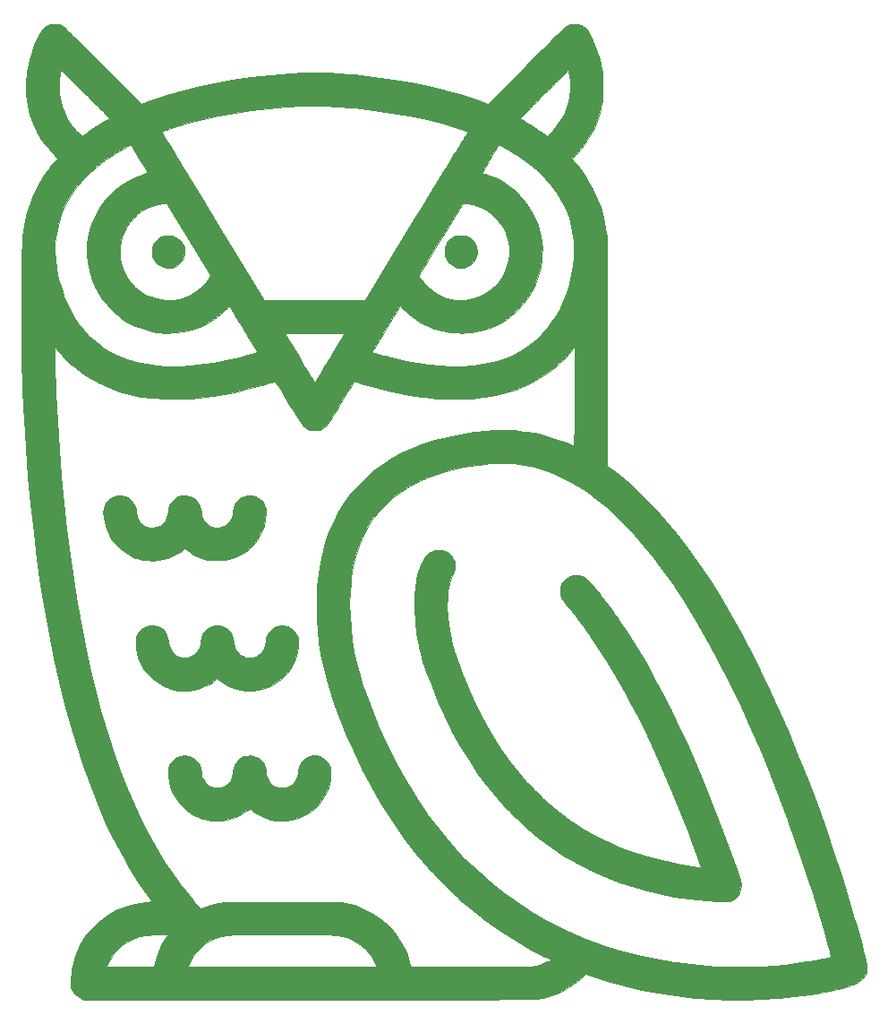
<source format=gtl>
G04 #@! TF.GenerationSoftware,KiCad,Pcbnew,7.0.2.1-36-g582732918d-dirty-deb11*
G04 #@! TF.CreationDate,2024-01-19T22:58:02+00:00*
G04 #@! TF.ProjectId,owlThief,6f776c54-6869-4656-962e-6b696361645f,rev?*
G04 #@! TF.SameCoordinates,Original*
G04 #@! TF.FileFunction,Copper,L1,Top*
G04 #@! TF.FilePolarity,Positive*
%FSLAX46Y46*%
G04 Gerber Fmt 4.6, Leading zero omitted, Abs format (unit mm)*
G04 Created by KiCad (PCBNEW 7.0.2.1-36-g582732918d-dirty-deb11) date 2024-01-19 22:58:02*
%MOMM*%
%LPD*%
G01*
G04 APERTURE LIST*
G04 #@! TA.AperFunction,EtchedComponent*
%ADD10C,0.010000*%
G04 #@! TD*
G04 APERTURE END LIST*
D10*
X226264039Y-50578920D02*
X226573052Y-50691275D01*
X226847134Y-50865432D01*
X227078633Y-51091268D01*
X227259899Y-51358663D01*
X227383282Y-51657494D01*
X227441130Y-51977642D01*
X227425794Y-52308983D01*
X227389323Y-52472088D01*
X227254406Y-52802970D01*
X227057578Y-53087095D01*
X226809437Y-53318088D01*
X226520579Y-53489575D01*
X226201602Y-53595180D01*
X225863102Y-53628529D01*
X225534577Y-53587828D01*
X225241824Y-53479230D01*
X224964647Y-53303152D01*
X224721854Y-53076107D01*
X224532251Y-52814607D01*
X224445615Y-52631772D01*
X224386668Y-52405967D01*
X224356554Y-52142941D01*
X224357989Y-51883295D01*
X224383633Y-51705490D01*
X224448146Y-51523655D01*
X224553666Y-51317626D01*
X224680533Y-51120805D01*
X224809087Y-50966595D01*
X224830459Y-50946328D01*
X225010738Y-50809506D01*
X225225271Y-50684994D01*
X225436799Y-50593189D01*
X225522035Y-50567750D01*
X225630667Y-50551957D01*
X225786795Y-50541381D01*
X225927744Y-50538487D01*
X226264039Y-50578920D01*
G04 #@! TA.AperFunction,EtchedComponent*
G36*
X226264039Y-50578920D02*
G01*
X226573052Y-50691275D01*
X226847134Y-50865432D01*
X227078633Y-51091268D01*
X227259899Y-51358663D01*
X227383282Y-51657494D01*
X227441130Y-51977642D01*
X227425794Y-52308983D01*
X227389323Y-52472088D01*
X227254406Y-52802970D01*
X227057578Y-53087095D01*
X226809437Y-53318088D01*
X226520579Y-53489575D01*
X226201602Y-53595180D01*
X225863102Y-53628529D01*
X225534577Y-53587828D01*
X225241824Y-53479230D01*
X224964647Y-53303152D01*
X224721854Y-53076107D01*
X224532251Y-52814607D01*
X224445615Y-52631772D01*
X224386668Y-52405967D01*
X224356554Y-52142941D01*
X224357989Y-51883295D01*
X224383633Y-51705490D01*
X224448146Y-51523655D01*
X224553666Y-51317626D01*
X224680533Y-51120805D01*
X224809087Y-50966595D01*
X224830459Y-50946328D01*
X225010738Y-50809506D01*
X225225271Y-50684994D01*
X225436799Y-50593189D01*
X225522035Y-50567750D01*
X225630667Y-50551957D01*
X225786795Y-50541381D01*
X225927744Y-50538487D01*
X226264039Y-50578920D01*
G37*
G04 #@! TD.AperFunction*
X198462916Y-50552460D02*
X198798386Y-50638218D01*
X199102029Y-50798751D01*
X199363997Y-51027070D01*
X199574442Y-51316186D01*
X199597354Y-51357595D01*
X199669164Y-51501904D01*
X199713869Y-51627276D01*
X199739300Y-51765651D01*
X199753290Y-51948969D01*
X199755848Y-52003955D01*
X199750180Y-52321537D01*
X199697166Y-52587505D01*
X199588462Y-52825389D01*
X199415728Y-53058721D01*
X199359933Y-53120862D01*
X199094064Y-53350759D01*
X198790882Y-53513915D01*
X198464346Y-53606504D01*
X198128419Y-53624702D01*
X197797061Y-53564683D01*
X197770812Y-53556270D01*
X197431065Y-53401436D01*
X197144536Y-53181423D01*
X196915209Y-52899823D01*
X196794586Y-52676354D01*
X196743639Y-52538804D01*
X196713807Y-52387582D01*
X196700357Y-52193765D01*
X196698419Y-52088622D01*
X196699886Y-51893655D01*
X196712364Y-51751633D01*
X196742031Y-51630973D01*
X196795065Y-51500091D01*
X196826758Y-51432455D01*
X197020593Y-51117856D01*
X197266999Y-50866914D01*
X197558387Y-50683711D01*
X197887167Y-50572328D01*
X198245751Y-50536848D01*
X198462916Y-50552460D01*
G04 #@! TA.AperFunction,EtchedComponent*
G36*
X198462916Y-50552460D02*
G01*
X198798386Y-50638218D01*
X199102029Y-50798751D01*
X199363997Y-51027070D01*
X199574442Y-51316186D01*
X199597354Y-51357595D01*
X199669164Y-51501904D01*
X199713869Y-51627276D01*
X199739300Y-51765651D01*
X199753290Y-51948969D01*
X199755848Y-52003955D01*
X199750180Y-52321537D01*
X199697166Y-52587505D01*
X199588462Y-52825389D01*
X199415728Y-53058721D01*
X199359933Y-53120862D01*
X199094064Y-53350759D01*
X198790882Y-53513915D01*
X198464346Y-53606504D01*
X198128419Y-53624702D01*
X197797061Y-53564683D01*
X197770812Y-53556270D01*
X197431065Y-53401436D01*
X197144536Y-53181423D01*
X196915209Y-52899823D01*
X196794586Y-52676354D01*
X196743639Y-52538804D01*
X196713807Y-52387582D01*
X196700357Y-52193765D01*
X196698419Y-52088622D01*
X196699886Y-51893655D01*
X196712364Y-51751633D01*
X196742031Y-51630973D01*
X196795065Y-51500091D01*
X196826758Y-51432455D01*
X197020593Y-51117856D01*
X197266999Y-50866914D01*
X197558387Y-50683711D01*
X197887167Y-50572328D01*
X198245751Y-50536848D01*
X198462916Y-50552460D01*
G37*
G04 #@! TD.AperFunction*
X200119477Y-99743316D02*
X200433445Y-99852190D01*
X200717671Y-100026852D01*
X200961108Y-100262891D01*
X201152713Y-100555898D01*
X201215691Y-100696456D01*
X201254711Y-100829043D01*
X201292179Y-101012947D01*
X201321672Y-101214960D01*
X201328534Y-101279674D01*
X201358393Y-101516321D01*
X201402031Y-101702198D01*
X201468100Y-101871045D01*
X201493698Y-101923637D01*
X201683095Y-102212015D01*
X201925056Y-102444279D01*
X202207204Y-102616004D01*
X202517162Y-102722764D01*
X202842554Y-102760134D01*
X203171004Y-102723687D01*
X203456182Y-102625433D01*
X203741220Y-102463315D01*
X203965520Y-102267354D01*
X204135882Y-102027170D01*
X204259107Y-101732380D01*
X204341996Y-101372602D01*
X204360786Y-101244564D01*
X204414329Y-100922475D01*
X204486349Y-100665362D01*
X204585228Y-100454141D01*
X204719349Y-100269725D01*
X204846200Y-100139305D01*
X205106954Y-99931219D01*
X205372993Y-99797549D01*
X205665956Y-99729635D01*
X205902667Y-99716586D01*
X206233244Y-99740060D01*
X206512085Y-99814916D01*
X206760293Y-99949372D01*
X206985348Y-100138242D01*
X207170422Y-100345095D01*
X207303884Y-100562055D01*
X207395134Y-100810555D01*
X207453571Y-101112028D01*
X207468660Y-101240332D01*
X207500524Y-101486077D01*
X207543530Y-101678507D01*
X207605536Y-101848907D01*
X207640315Y-101923848D01*
X207824946Y-102211309D01*
X208062218Y-102441371D01*
X208339940Y-102611094D01*
X208645926Y-102717537D01*
X208967988Y-102757759D01*
X209293935Y-102728821D01*
X209611581Y-102627781D01*
X209889087Y-102466363D01*
X210116355Y-102263570D01*
X210288776Y-102024036D01*
X210412113Y-101736121D01*
X210492131Y-101388185D01*
X210516560Y-101199202D01*
X210592360Y-100806836D01*
X210732924Y-100468994D01*
X210938247Y-100185688D01*
X211208318Y-99956931D01*
X211440919Y-99826911D01*
X211577470Y-99769721D01*
X211704580Y-99735718D01*
X211853201Y-99719322D01*
X212054284Y-99714956D01*
X212062167Y-99714953D01*
X212265507Y-99719017D01*
X212415364Y-99734927D01*
X212542690Y-99768261D01*
X212678437Y-99824597D01*
X212683414Y-99826911D01*
X212996944Y-100018410D01*
X213255402Y-100272626D01*
X213448586Y-100576164D01*
X213503916Y-100691756D01*
X213541832Y-100786758D01*
X213565443Y-100881191D01*
X213577863Y-100995078D01*
X213582203Y-101148438D01*
X213581575Y-101361293D01*
X213580990Y-101428020D01*
X213554539Y-101917727D01*
X213479897Y-102363568D01*
X213349963Y-102795570D01*
X213157631Y-103243755D01*
X213145515Y-103268627D01*
X212834501Y-103811143D01*
X212463306Y-104297802D01*
X212038118Y-104725316D01*
X211565126Y-105090395D01*
X211050519Y-105389751D01*
X210500487Y-105620095D01*
X209921217Y-105778138D01*
X209318900Y-105860591D01*
X208699723Y-105864166D01*
X208329313Y-105827987D01*
X207897556Y-105740617D01*
X207444550Y-105598248D01*
X206997236Y-105411961D01*
X206582551Y-105192836D01*
X206259125Y-104976422D01*
X206132614Y-104880337D01*
X206029184Y-104801985D01*
X205970621Y-104757869D01*
X205969709Y-104757190D01*
X205909608Y-104763464D01*
X205793824Y-104825808D01*
X205627501Y-104941400D01*
X205609043Y-104955210D01*
X205118175Y-105273141D01*
X204582075Y-105526902D01*
X204013830Y-105713380D01*
X203426527Y-105829460D01*
X202833251Y-105872028D01*
X202247090Y-105837969D01*
X202035740Y-105805524D01*
X201441416Y-105656657D01*
X200878418Y-105433558D01*
X200352860Y-105141961D01*
X199870856Y-104787601D01*
X199438520Y-104376212D01*
X199061966Y-103913529D01*
X198747307Y-103405285D01*
X198500658Y-102857215D01*
X198343849Y-102342896D01*
X198293528Y-102090369D01*
X198255182Y-101813068D01*
X198230675Y-101535102D01*
X198221867Y-101280580D01*
X198230621Y-101073612D01*
X198240451Y-101004169D01*
X198347548Y-100646970D01*
X198522239Y-100336941D01*
X198760172Y-100079831D01*
X199056998Y-99881390D01*
X199109557Y-99855519D01*
X199446488Y-99740571D01*
X199786809Y-99704640D01*
X200119477Y-99743316D01*
G04 #@! TA.AperFunction,EtchedComponent*
G36*
X200119477Y-99743316D02*
G01*
X200433445Y-99852190D01*
X200717671Y-100026852D01*
X200961108Y-100262891D01*
X201152713Y-100555898D01*
X201215691Y-100696456D01*
X201254711Y-100829043D01*
X201292179Y-101012947D01*
X201321672Y-101214960D01*
X201328534Y-101279674D01*
X201358393Y-101516321D01*
X201402031Y-101702198D01*
X201468100Y-101871045D01*
X201493698Y-101923637D01*
X201683095Y-102212015D01*
X201925056Y-102444279D01*
X202207204Y-102616004D01*
X202517162Y-102722764D01*
X202842554Y-102760134D01*
X203171004Y-102723687D01*
X203456182Y-102625433D01*
X203741220Y-102463315D01*
X203965520Y-102267354D01*
X204135882Y-102027170D01*
X204259107Y-101732380D01*
X204341996Y-101372602D01*
X204360786Y-101244564D01*
X204414329Y-100922475D01*
X204486349Y-100665362D01*
X204585228Y-100454141D01*
X204719349Y-100269725D01*
X204846200Y-100139305D01*
X205106954Y-99931219D01*
X205372993Y-99797549D01*
X205665956Y-99729635D01*
X205902667Y-99716586D01*
X206233244Y-99740060D01*
X206512085Y-99814916D01*
X206760293Y-99949372D01*
X206985348Y-100138242D01*
X207170422Y-100345095D01*
X207303884Y-100562055D01*
X207395134Y-100810555D01*
X207453571Y-101112028D01*
X207468660Y-101240332D01*
X207500524Y-101486077D01*
X207543530Y-101678507D01*
X207605536Y-101848907D01*
X207640315Y-101923848D01*
X207824946Y-102211309D01*
X208062218Y-102441371D01*
X208339940Y-102611094D01*
X208645926Y-102717537D01*
X208967988Y-102757759D01*
X209293935Y-102728821D01*
X209611581Y-102627781D01*
X209889087Y-102466363D01*
X210116355Y-102263570D01*
X210288776Y-102024036D01*
X210412113Y-101736121D01*
X210492131Y-101388185D01*
X210516560Y-101199202D01*
X210592360Y-100806836D01*
X210732924Y-100468994D01*
X210938247Y-100185688D01*
X211208318Y-99956931D01*
X211440919Y-99826911D01*
X211577470Y-99769721D01*
X211704580Y-99735718D01*
X211853201Y-99719322D01*
X212054284Y-99714956D01*
X212062167Y-99714953D01*
X212265507Y-99719017D01*
X212415364Y-99734927D01*
X212542690Y-99768261D01*
X212678437Y-99824597D01*
X212683414Y-99826911D01*
X212996944Y-100018410D01*
X213255402Y-100272626D01*
X213448586Y-100576164D01*
X213503916Y-100691756D01*
X213541832Y-100786758D01*
X213565443Y-100881191D01*
X213577863Y-100995078D01*
X213582203Y-101148438D01*
X213581575Y-101361293D01*
X213580990Y-101428020D01*
X213554539Y-101917727D01*
X213479897Y-102363568D01*
X213349963Y-102795570D01*
X213157631Y-103243755D01*
X213145515Y-103268627D01*
X212834501Y-103811143D01*
X212463306Y-104297802D01*
X212038118Y-104725316D01*
X211565126Y-105090395D01*
X211050519Y-105389751D01*
X210500487Y-105620095D01*
X209921217Y-105778138D01*
X209318900Y-105860591D01*
X208699723Y-105864166D01*
X208329313Y-105827987D01*
X207897556Y-105740617D01*
X207444550Y-105598248D01*
X206997236Y-105411961D01*
X206582551Y-105192836D01*
X206259125Y-104976422D01*
X206132614Y-104880337D01*
X206029184Y-104801985D01*
X205970621Y-104757869D01*
X205969709Y-104757190D01*
X205909608Y-104763464D01*
X205793824Y-104825808D01*
X205627501Y-104941400D01*
X205609043Y-104955210D01*
X205118175Y-105273141D01*
X204582075Y-105526902D01*
X204013830Y-105713380D01*
X203426527Y-105829460D01*
X202833251Y-105872028D01*
X202247090Y-105837969D01*
X202035740Y-105805524D01*
X201441416Y-105656657D01*
X200878418Y-105433558D01*
X200352860Y-105141961D01*
X199870856Y-104787601D01*
X199438520Y-104376212D01*
X199061966Y-103913529D01*
X198747307Y-103405285D01*
X198500658Y-102857215D01*
X198343849Y-102342896D01*
X198293528Y-102090369D01*
X198255182Y-101813068D01*
X198230675Y-101535102D01*
X198221867Y-101280580D01*
X198230621Y-101073612D01*
X198240451Y-101004169D01*
X198347548Y-100646970D01*
X198522239Y-100336941D01*
X198760172Y-100079831D01*
X199056998Y-99881390D01*
X199109557Y-99855519D01*
X199446488Y-99740571D01*
X199786809Y-99704640D01*
X200119477Y-99743316D01*
G37*
G04 #@! TD.AperFunction*
X200180946Y-75169644D02*
X200495794Y-75296244D01*
X200784519Y-75496319D01*
X200862929Y-75569367D01*
X201064376Y-75817632D01*
X201207953Y-76108442D01*
X201298374Y-76453000D01*
X201327495Y-76673025D01*
X201368183Y-76972173D01*
X201433230Y-77212080D01*
X201532712Y-77416962D01*
X201676704Y-77611033D01*
X201752803Y-77695064D01*
X202018473Y-77919935D01*
X202319392Y-78077027D01*
X202641756Y-78162280D01*
X202971759Y-78171631D01*
X203217425Y-78125978D01*
X203551200Y-77990304D01*
X203841566Y-77790318D01*
X204077213Y-77535659D01*
X204238398Y-77255788D01*
X204270667Y-77151674D01*
X204306517Y-76988643D01*
X204340833Y-76791995D01*
X204360988Y-76649568D01*
X204425696Y-76292328D01*
X204524740Y-75998639D01*
X204665957Y-75751637D01*
X204857188Y-75534459D01*
X204896024Y-75498581D01*
X205159193Y-75306471D01*
X205448601Y-75185057D01*
X205779018Y-75128990D01*
X205931012Y-75123645D01*
X206114497Y-75126962D01*
X206252208Y-75143538D01*
X206380143Y-75181863D01*
X206534301Y-75250426D01*
X206595475Y-75280350D01*
X206869812Y-75443768D01*
X207084865Y-75640627D01*
X207261122Y-75891667D01*
X207332602Y-76026544D01*
X207381123Y-76131091D01*
X207413568Y-76224375D01*
X207432988Y-76327223D01*
X207442431Y-76460461D01*
X207444946Y-76644917D01*
X207444390Y-76790122D01*
X207398694Y-77391506D01*
X207271140Y-77978959D01*
X207064198Y-78546146D01*
X206780335Y-79086733D01*
X206422019Y-79594384D01*
X206291339Y-79749637D01*
X205927243Y-80109953D01*
X205499312Y-80440355D01*
X205026347Y-80729360D01*
X204527147Y-80965485D01*
X204020514Y-81137246D01*
X204018833Y-81137698D01*
X203853340Y-81180157D01*
X203708848Y-81210641D01*
X203565342Y-81231123D01*
X203402809Y-81243576D01*
X203201233Y-81249974D01*
X202940601Y-81252289D01*
X202854667Y-81252474D01*
X202529539Y-81250235D01*
X202266322Y-81240091D01*
X202042363Y-81218338D01*
X201835008Y-81181272D01*
X201621606Y-81125189D01*
X201379504Y-81046387D01*
X201196264Y-80981316D01*
X200709425Y-80765630D01*
X200226459Y-80474295D01*
X200010756Y-80317986D01*
X199770345Y-80134132D01*
X199460422Y-80367894D01*
X199185336Y-80553529D01*
X198859571Y-80738756D01*
X198515510Y-80906753D01*
X198185536Y-81040700D01*
X198124839Y-81061670D01*
X197699275Y-81173190D01*
X197226809Y-81244503D01*
X196735890Y-81274008D01*
X196254969Y-81260102D01*
X195812497Y-81201184D01*
X195776857Y-81193898D01*
X195520674Y-81136892D01*
X195315695Y-81082262D01*
X195129449Y-81019478D01*
X194929465Y-80938004D01*
X194772452Y-80868094D01*
X194233574Y-80577868D01*
X193743572Y-80221716D01*
X193306942Y-79805813D01*
X192928176Y-79336334D01*
X192611766Y-78819453D01*
X192362207Y-78261344D01*
X192183991Y-77668182D01*
X192098460Y-77193392D01*
X192070201Y-76756820D01*
X192106467Y-76372241D01*
X192208331Y-76035590D01*
X192376866Y-75742804D01*
X192527404Y-75569367D01*
X192806181Y-75347574D01*
X193114552Y-75199346D01*
X193440744Y-75124375D01*
X193772988Y-75122354D01*
X194099510Y-75192972D01*
X194408539Y-75335922D01*
X194688305Y-75550896D01*
X194763475Y-75627969D01*
X194947016Y-75869123D01*
X195073276Y-76135675D01*
X195150268Y-76447510D01*
X195174772Y-76648408D01*
X195237253Y-77033103D01*
X195354372Y-77357533D01*
X195530129Y-77629288D01*
X195768525Y-77855957D01*
X195837655Y-77905971D01*
X196147925Y-78070623D01*
X196477174Y-78157864D01*
X196812841Y-78168857D01*
X197142365Y-78104764D01*
X197453186Y-77966747D01*
X197732743Y-77755969D01*
X197761483Y-77727954D01*
X197953418Y-77495613D01*
X198088413Y-77232811D01*
X198173941Y-76922195D01*
X198205541Y-76696608D01*
X198256188Y-76357927D01*
X198338030Y-76080375D01*
X198459071Y-75843656D01*
X198626858Y-75627969D01*
X198895751Y-75391822D01*
X199197377Y-75227608D01*
X199519966Y-75135635D01*
X199851746Y-75116211D01*
X200180946Y-75169644D01*
G04 #@! TA.AperFunction,EtchedComponent*
G36*
X200180946Y-75169644D02*
G01*
X200495794Y-75296244D01*
X200784519Y-75496319D01*
X200862929Y-75569367D01*
X201064376Y-75817632D01*
X201207953Y-76108442D01*
X201298374Y-76453000D01*
X201327495Y-76673025D01*
X201368183Y-76972173D01*
X201433230Y-77212080D01*
X201532712Y-77416962D01*
X201676704Y-77611033D01*
X201752803Y-77695064D01*
X202018473Y-77919935D01*
X202319392Y-78077027D01*
X202641756Y-78162280D01*
X202971759Y-78171631D01*
X203217425Y-78125978D01*
X203551200Y-77990304D01*
X203841566Y-77790318D01*
X204077213Y-77535659D01*
X204238398Y-77255788D01*
X204270667Y-77151674D01*
X204306517Y-76988643D01*
X204340833Y-76791995D01*
X204360988Y-76649568D01*
X204425696Y-76292328D01*
X204524740Y-75998639D01*
X204665957Y-75751637D01*
X204857188Y-75534459D01*
X204896024Y-75498581D01*
X205159193Y-75306471D01*
X205448601Y-75185057D01*
X205779018Y-75128990D01*
X205931012Y-75123645D01*
X206114497Y-75126962D01*
X206252208Y-75143538D01*
X206380143Y-75181863D01*
X206534301Y-75250426D01*
X206595475Y-75280350D01*
X206869812Y-75443768D01*
X207084865Y-75640627D01*
X207261122Y-75891667D01*
X207332602Y-76026544D01*
X207381123Y-76131091D01*
X207413568Y-76224375D01*
X207432988Y-76327223D01*
X207442431Y-76460461D01*
X207444946Y-76644917D01*
X207444390Y-76790122D01*
X207398694Y-77391506D01*
X207271140Y-77978959D01*
X207064198Y-78546146D01*
X206780335Y-79086733D01*
X206422019Y-79594384D01*
X206291339Y-79749637D01*
X205927243Y-80109953D01*
X205499312Y-80440355D01*
X205026347Y-80729360D01*
X204527147Y-80965485D01*
X204020514Y-81137246D01*
X204018833Y-81137698D01*
X203853340Y-81180157D01*
X203708848Y-81210641D01*
X203565342Y-81231123D01*
X203402809Y-81243576D01*
X203201233Y-81249974D01*
X202940601Y-81252289D01*
X202854667Y-81252474D01*
X202529539Y-81250235D01*
X202266322Y-81240091D01*
X202042363Y-81218338D01*
X201835008Y-81181272D01*
X201621606Y-81125189D01*
X201379504Y-81046387D01*
X201196264Y-80981316D01*
X200709425Y-80765630D01*
X200226459Y-80474295D01*
X200010756Y-80317986D01*
X199770345Y-80134132D01*
X199460422Y-80367894D01*
X199185336Y-80553529D01*
X198859571Y-80738756D01*
X198515510Y-80906753D01*
X198185536Y-81040700D01*
X198124839Y-81061670D01*
X197699275Y-81173190D01*
X197226809Y-81244503D01*
X196735890Y-81274008D01*
X196254969Y-81260102D01*
X195812497Y-81201184D01*
X195776857Y-81193898D01*
X195520674Y-81136892D01*
X195315695Y-81082262D01*
X195129449Y-81019478D01*
X194929465Y-80938004D01*
X194772452Y-80868094D01*
X194233574Y-80577868D01*
X193743572Y-80221716D01*
X193306942Y-79805813D01*
X192928176Y-79336334D01*
X192611766Y-78819453D01*
X192362207Y-78261344D01*
X192183991Y-77668182D01*
X192098460Y-77193392D01*
X192070201Y-76756820D01*
X192106467Y-76372241D01*
X192208331Y-76035590D01*
X192376866Y-75742804D01*
X192527404Y-75569367D01*
X192806181Y-75347574D01*
X193114552Y-75199346D01*
X193440744Y-75124375D01*
X193772988Y-75122354D01*
X194099510Y-75192972D01*
X194408539Y-75335922D01*
X194688305Y-75550896D01*
X194763475Y-75627969D01*
X194947016Y-75869123D01*
X195073276Y-76135675D01*
X195150268Y-76447510D01*
X195174772Y-76648408D01*
X195237253Y-77033103D01*
X195354372Y-77357533D01*
X195530129Y-77629288D01*
X195768525Y-77855957D01*
X195837655Y-77905971D01*
X196147925Y-78070623D01*
X196477174Y-78157864D01*
X196812841Y-78168857D01*
X197142365Y-78104764D01*
X197453186Y-77966747D01*
X197732743Y-77755969D01*
X197761483Y-77727954D01*
X197953418Y-77495613D01*
X198088413Y-77232811D01*
X198173941Y-76922195D01*
X198205541Y-76696608D01*
X198256188Y-76357927D01*
X198338030Y-76080375D01*
X198459071Y-75843656D01*
X198626858Y-75627969D01*
X198895751Y-75391822D01*
X199197377Y-75227608D01*
X199519966Y-75135635D01*
X199851746Y-75116211D01*
X200180946Y-75169644D01*
G37*
G04 #@! TD.AperFunction*
X203041876Y-87439807D02*
X203192761Y-87451434D01*
X203313226Y-87476441D01*
X203430344Y-87519434D01*
X203497985Y-87549993D01*
X203802813Y-87736358D01*
X204045767Y-87980193D01*
X204226159Y-88280448D01*
X204343300Y-88636069D01*
X204386208Y-88906301D01*
X204414339Y-89111795D01*
X204454880Y-89317299D01*
X204500083Y-89484844D01*
X204510171Y-89513609D01*
X204635040Y-89752318D01*
X204819636Y-89984856D01*
X205041080Y-90186474D01*
X205259619Y-90324332D01*
X205386980Y-90381877D01*
X205501290Y-90417216D01*
X205630882Y-90435561D01*
X205804088Y-90442124D01*
X205902667Y-90442622D01*
X206107902Y-90439272D01*
X206257446Y-90425847D01*
X206380122Y-90397282D01*
X206504757Y-90348512D01*
X206545985Y-90329584D01*
X206850809Y-90143364D01*
X207093228Y-89900269D01*
X207272461Y-89601482D01*
X207387729Y-89248188D01*
X207427754Y-88992173D01*
X207449690Y-88804390D01*
X207475548Y-88632020D01*
X207500651Y-88505174D01*
X207507142Y-88481138D01*
X207638953Y-88186368D01*
X207843877Y-87917307D01*
X208111517Y-87685731D01*
X208324730Y-87555310D01*
X208438525Y-87500087D01*
X208541578Y-87465356D01*
X208659511Y-87446451D01*
X208817945Y-87438702D01*
X208971833Y-87437410D01*
X209180363Y-87440051D01*
X209331260Y-87451519D01*
X209451450Y-87476339D01*
X209567856Y-87519034D01*
X209633080Y-87548510D01*
X209939425Y-87737286D01*
X210190798Y-87986218D01*
X210379357Y-88285128D01*
X210497263Y-88623837D01*
X210510173Y-88687127D01*
X210527536Y-88867701D01*
X210528095Y-89104417D01*
X210513451Y-89370777D01*
X210485208Y-89640281D01*
X210444969Y-89886430D01*
X210434710Y-89934622D01*
X210270118Y-90495400D01*
X210035207Y-91037135D01*
X209738241Y-91545957D01*
X209387484Y-92007995D01*
X208991200Y-92409381D01*
X208927592Y-92464130D01*
X208428957Y-92831529D01*
X207897917Y-93125904D01*
X207341966Y-93347041D01*
X206768595Y-93494723D01*
X206185298Y-93568735D01*
X205599566Y-93568862D01*
X205018893Y-93494887D01*
X204450769Y-93346596D01*
X203902689Y-93123772D01*
X203382143Y-92826199D01*
X203111494Y-92631527D01*
X202843794Y-92423500D01*
X202542314Y-92652211D01*
X202084972Y-92951738D01*
X201574441Y-93201814D01*
X201031446Y-93394282D01*
X200476710Y-93520984D01*
X200258178Y-93551201D01*
X199985439Y-93577791D01*
X199760742Y-93588710D01*
X199548912Y-93583876D01*
X199314772Y-93563209D01*
X199192833Y-93548730D01*
X198836021Y-93484400D01*
X198447144Y-93380685D01*
X198062379Y-93248317D01*
X197788567Y-93132166D01*
X197269960Y-92843846D01*
X196786180Y-92484786D01*
X196348598Y-92065598D01*
X195968583Y-91596892D01*
X195716202Y-91197959D01*
X195535892Y-90830107D01*
X195387861Y-90435945D01*
X195274135Y-90029332D01*
X195196740Y-89624125D01*
X195157701Y-89234183D01*
X195159045Y-88873363D01*
X195202796Y-88555523D01*
X195290981Y-88294521D01*
X195291606Y-88293241D01*
X195478161Y-88002521D01*
X195726786Y-87752053D01*
X196017301Y-87562010D01*
X196028864Y-87556266D01*
X196152584Y-87499916D01*
X196262698Y-87464609D01*
X196385924Y-87445562D01*
X196548980Y-87437990D01*
X196695167Y-87436955D01*
X196901222Y-87439583D01*
X197049132Y-87450552D01*
X197165337Y-87474486D01*
X197276278Y-87516012D01*
X197352744Y-87551998D01*
X197515211Y-87648805D01*
X197686446Y-87776746D01*
X197787828Y-87867879D01*
X197967334Y-88077028D01*
X198096033Y-88302629D01*
X198182886Y-88565605D01*
X198236855Y-88886880D01*
X198241120Y-88926206D01*
X198315710Y-89324000D01*
X198449216Y-89669161D01*
X198637728Y-89957404D01*
X198877338Y-90184442D01*
X199164136Y-90345989D01*
X199494213Y-90437759D01*
X199634265Y-90453743D01*
X199978291Y-90447639D01*
X200285956Y-90373190D01*
X200577121Y-90225352D01*
X200604384Y-90207482D01*
X200850828Y-90009739D01*
X201036942Y-89780621D01*
X201169378Y-89507717D01*
X201254786Y-89178614D01*
X201287931Y-88931805D01*
X201348707Y-88570140D01*
X201458947Y-88266279D01*
X201625588Y-88004812D01*
X201780391Y-87837925D01*
X201981660Y-87664684D01*
X202169762Y-87547646D01*
X202369991Y-87477180D01*
X202607641Y-87443655D01*
X202833500Y-87436955D01*
X203041876Y-87439807D01*
G04 #@! TA.AperFunction,EtchedComponent*
G36*
X203041876Y-87439807D02*
G01*
X203192761Y-87451434D01*
X203313226Y-87476441D01*
X203430344Y-87519434D01*
X203497985Y-87549993D01*
X203802813Y-87736358D01*
X204045767Y-87980193D01*
X204226159Y-88280448D01*
X204343300Y-88636069D01*
X204386208Y-88906301D01*
X204414339Y-89111795D01*
X204454880Y-89317299D01*
X204500083Y-89484844D01*
X204510171Y-89513609D01*
X204635040Y-89752318D01*
X204819636Y-89984856D01*
X205041080Y-90186474D01*
X205259619Y-90324332D01*
X205386980Y-90381877D01*
X205501290Y-90417216D01*
X205630882Y-90435561D01*
X205804088Y-90442124D01*
X205902667Y-90442622D01*
X206107902Y-90439272D01*
X206257446Y-90425847D01*
X206380122Y-90397282D01*
X206504757Y-90348512D01*
X206545985Y-90329584D01*
X206850809Y-90143364D01*
X207093228Y-89900269D01*
X207272461Y-89601482D01*
X207387729Y-89248188D01*
X207427754Y-88992173D01*
X207449690Y-88804390D01*
X207475548Y-88632020D01*
X207500651Y-88505174D01*
X207507142Y-88481138D01*
X207638953Y-88186368D01*
X207843877Y-87917307D01*
X208111517Y-87685731D01*
X208324730Y-87555310D01*
X208438525Y-87500087D01*
X208541578Y-87465356D01*
X208659511Y-87446451D01*
X208817945Y-87438702D01*
X208971833Y-87437410D01*
X209180363Y-87440051D01*
X209331260Y-87451519D01*
X209451450Y-87476339D01*
X209567856Y-87519034D01*
X209633080Y-87548510D01*
X209939425Y-87737286D01*
X210190798Y-87986218D01*
X210379357Y-88285128D01*
X210497263Y-88623837D01*
X210510173Y-88687127D01*
X210527536Y-88867701D01*
X210528095Y-89104417D01*
X210513451Y-89370777D01*
X210485208Y-89640281D01*
X210444969Y-89886430D01*
X210434710Y-89934622D01*
X210270118Y-90495400D01*
X210035207Y-91037135D01*
X209738241Y-91545957D01*
X209387484Y-92007995D01*
X208991200Y-92409381D01*
X208927592Y-92464130D01*
X208428957Y-92831529D01*
X207897917Y-93125904D01*
X207341966Y-93347041D01*
X206768595Y-93494723D01*
X206185298Y-93568735D01*
X205599566Y-93568862D01*
X205018893Y-93494887D01*
X204450769Y-93346596D01*
X203902689Y-93123772D01*
X203382143Y-92826199D01*
X203111494Y-92631527D01*
X202843794Y-92423500D01*
X202542314Y-92652211D01*
X202084972Y-92951738D01*
X201574441Y-93201814D01*
X201031446Y-93394282D01*
X200476710Y-93520984D01*
X200258178Y-93551201D01*
X199985439Y-93577791D01*
X199760742Y-93588710D01*
X199548912Y-93583876D01*
X199314772Y-93563209D01*
X199192833Y-93548730D01*
X198836021Y-93484400D01*
X198447144Y-93380685D01*
X198062379Y-93248317D01*
X197788567Y-93132166D01*
X197269960Y-92843846D01*
X196786180Y-92484786D01*
X196348598Y-92065598D01*
X195968583Y-91596892D01*
X195716202Y-91197959D01*
X195535892Y-90830107D01*
X195387861Y-90435945D01*
X195274135Y-90029332D01*
X195196740Y-89624125D01*
X195157701Y-89234183D01*
X195159045Y-88873363D01*
X195202796Y-88555523D01*
X195290981Y-88294521D01*
X195291606Y-88293241D01*
X195478161Y-88002521D01*
X195726786Y-87752053D01*
X196017301Y-87562010D01*
X196028864Y-87556266D01*
X196152584Y-87499916D01*
X196262698Y-87464609D01*
X196385924Y-87445562D01*
X196548980Y-87437990D01*
X196695167Y-87436955D01*
X196901222Y-87439583D01*
X197049132Y-87450552D01*
X197165337Y-87474486D01*
X197276278Y-87516012D01*
X197352744Y-87551998D01*
X197515211Y-87648805D01*
X197686446Y-87776746D01*
X197787828Y-87867879D01*
X197967334Y-88077028D01*
X198096033Y-88302629D01*
X198182886Y-88565605D01*
X198236855Y-88886880D01*
X198241120Y-88926206D01*
X198315710Y-89324000D01*
X198449216Y-89669161D01*
X198637728Y-89957404D01*
X198877338Y-90184442D01*
X199164136Y-90345989D01*
X199494213Y-90437759D01*
X199634265Y-90453743D01*
X199978291Y-90447639D01*
X200285956Y-90373190D01*
X200577121Y-90225352D01*
X200604384Y-90207482D01*
X200850828Y-90009739D01*
X201036942Y-89780621D01*
X201169378Y-89507717D01*
X201254786Y-89178614D01*
X201287931Y-88931805D01*
X201348707Y-88570140D01*
X201458947Y-88266279D01*
X201625588Y-88004812D01*
X201780391Y-87837925D01*
X201981660Y-87664684D01*
X202169762Y-87547646D01*
X202369991Y-87477180D01*
X202607641Y-87443655D01*
X202833500Y-87436955D01*
X203041876Y-87439807D01*
G37*
G04 #@! TD.AperFunction*
X223991319Y-80287710D02*
X224141602Y-80303899D01*
X224269476Y-80337495D01*
X224405958Y-80394137D01*
X224411565Y-80396743D01*
X224695309Y-80568506D01*
X224947749Y-80797208D01*
X225145621Y-81060635D01*
X225188643Y-81138705D01*
X225246581Y-81260986D01*
X225283065Y-81367788D01*
X225302960Y-81485441D01*
X225311133Y-81640277D01*
X225312500Y-81808960D01*
X225311256Y-82000733D01*
X225302996Y-82139938D01*
X225280924Y-82254531D01*
X225238248Y-82372466D01*
X225168171Y-82521700D01*
X225111870Y-82634460D01*
X224983096Y-82909724D01*
X224878987Y-83178926D01*
X224795796Y-83458266D01*
X224729771Y-83763945D01*
X224677166Y-84112166D01*
X224634230Y-84519128D01*
X224611726Y-84795887D01*
X224584166Y-85609173D01*
X224617590Y-86464751D01*
X224709960Y-87348374D01*
X224859236Y-88245797D01*
X225063381Y-89142773D01*
X225320356Y-90025056D01*
X225389814Y-90233472D01*
X225990590Y-91884121D01*
X226642825Y-93471089D01*
X227346053Y-94993520D01*
X228099811Y-96450561D01*
X228903633Y-97841356D01*
X229757055Y-99165052D01*
X230659614Y-100420793D01*
X231499679Y-101475582D01*
X231790757Y-101813218D01*
X232127469Y-102186037D01*
X232494541Y-102578314D01*
X232876697Y-102974326D01*
X233258663Y-103358348D01*
X233625165Y-103714659D01*
X233960926Y-104027533D01*
X234096667Y-104148863D01*
X235165264Y-105037089D01*
X236273148Y-105855722D01*
X237422202Y-106605568D01*
X238614312Y-107287432D01*
X239851363Y-107902117D01*
X241135239Y-108450429D01*
X242467827Y-108933171D01*
X243851011Y-109351150D01*
X245286675Y-109705169D01*
X246776706Y-109996033D01*
X248322988Y-110224547D01*
X248333098Y-110225814D01*
X248484235Y-110242697D01*
X248567628Y-110244443D01*
X248599161Y-110229163D01*
X248594713Y-110194968D01*
X248594616Y-110194719D01*
X248574070Y-110139372D01*
X248528375Y-110014762D01*
X248461293Y-109831203D01*
X248376589Y-109599009D01*
X248278027Y-109328492D01*
X248169371Y-109029967D01*
X248123035Y-108902578D01*
X247398811Y-106955153D01*
X246660933Y-105057627D01*
X245910753Y-103212716D01*
X245149623Y-101423131D01*
X244378895Y-99691587D01*
X243599921Y-98020796D01*
X242814054Y-96413472D01*
X242022646Y-94872329D01*
X241227049Y-93400080D01*
X240428615Y-91999437D01*
X239628695Y-90673116D01*
X238828644Y-89423828D01*
X238029811Y-88254288D01*
X237405049Y-87394622D01*
X237020658Y-86887535D01*
X236658829Y-86425380D01*
X236297851Y-85980922D01*
X235920989Y-85532749D01*
X235710747Y-85279636D01*
X235553432Y-85069886D01*
X235441704Y-84887391D01*
X235368225Y-84716043D01*
X235325657Y-84539735D01*
X235306662Y-84342359D01*
X235303463Y-84177288D01*
X235305962Y-83973845D01*
X235316403Y-83828477D01*
X235339705Y-83714649D01*
X235380790Y-83605823D01*
X235427320Y-83509372D01*
X235604930Y-83240479D01*
X235843734Y-82999936D01*
X236120482Y-82809941D01*
X236204102Y-82767660D01*
X236346252Y-82708487D01*
X236477450Y-82674491D01*
X236631028Y-82659561D01*
X236806000Y-82657309D01*
X237122844Y-82678021D01*
X237386428Y-82742736D01*
X237621153Y-82861733D01*
X237851421Y-83045291D01*
X237946409Y-83137736D01*
X238138950Y-83343590D01*
X238371848Y-83610005D01*
X238637767Y-83927586D01*
X238929371Y-84286937D01*
X239239324Y-84678665D01*
X239560292Y-85093373D01*
X239884936Y-85521667D01*
X240205923Y-85954153D01*
X240515916Y-86381433D01*
X240807578Y-86794115D01*
X240857103Y-86865455D01*
X241683663Y-88100121D01*
X242511020Y-89416260D01*
X243337692Y-90810708D01*
X244162195Y-92280302D01*
X244983048Y-93821878D01*
X245798768Y-95432273D01*
X246607871Y-97108324D01*
X247408877Y-98846866D01*
X248200302Y-100644737D01*
X248980664Y-102498774D01*
X249748480Y-104405812D01*
X250502268Y-106362688D01*
X251240545Y-108366239D01*
X251961829Y-110413302D01*
X252149704Y-110961992D01*
X252240802Y-111234527D01*
X252306210Y-111444714D01*
X252349959Y-111609483D01*
X252376077Y-111745764D01*
X252388595Y-111870489D01*
X252391545Y-111977992D01*
X252355168Y-112342899D01*
X252244159Y-112668299D01*
X252059780Y-112952223D01*
X251803290Y-113192702D01*
X251495667Y-113378303D01*
X251357300Y-113441590D01*
X251239257Y-113481669D01*
X251113291Y-113504202D01*
X250951154Y-113514854D01*
X250797167Y-113518329D01*
X250587680Y-113519457D01*
X250383807Y-113517196D01*
X250217610Y-113512028D01*
X250162167Y-113508772D01*
X249223542Y-113432497D01*
X248355663Y-113348593D01*
X247544795Y-113255002D01*
X246777199Y-113149662D01*
X246039139Y-113030515D01*
X245316878Y-112895500D01*
X244596679Y-112742558D01*
X243864806Y-112569628D01*
X243812167Y-112556568D01*
X242314207Y-112146266D01*
X240872277Y-111674194D01*
X239482499Y-111138411D01*
X238140995Y-110536976D01*
X236843886Y-109867949D01*
X235587295Y-109129388D01*
X234367344Y-108319353D01*
X233180155Y-107435902D01*
X232530089Y-106909957D01*
X232255011Y-106672622D01*
X231936150Y-106383612D01*
X231585559Y-106054899D01*
X231215288Y-105698455D01*
X230837387Y-105326255D01*
X230463909Y-104950269D01*
X230106905Y-104582472D01*
X229778424Y-104234835D01*
X229490520Y-103919331D01*
X229299042Y-103699917D01*
X228365658Y-102550101D01*
X227482302Y-101355938D01*
X226646472Y-100112958D01*
X225855666Y-98816694D01*
X225107381Y-97462675D01*
X224399116Y-96046435D01*
X223728367Y-94563502D01*
X223092632Y-93009410D01*
X222645975Y-91818455D01*
X222467877Y-91312871D01*
X222318810Y-90858286D01*
X222191381Y-90429263D01*
X222078201Y-90000369D01*
X221971879Y-89546168D01*
X221930863Y-89357556D01*
X221707956Y-88155207D01*
X221560697Y-86989780D01*
X221488984Y-85860375D01*
X221481333Y-85363175D01*
X221500499Y-84567380D01*
X221558924Y-83840182D01*
X221658001Y-83174453D01*
X221799122Y-82563062D01*
X221983680Y-81998882D01*
X222213065Y-81474782D01*
X222257870Y-81386751D01*
X222436126Y-81071888D01*
X222610821Y-80826488D01*
X222794248Y-80636845D01*
X222998701Y-80489251D01*
X223123619Y-80421499D01*
X223270716Y-80353152D01*
X223391684Y-80311793D01*
X223518137Y-80290843D01*
X223681694Y-80283720D01*
X223787610Y-80283287D01*
X223991319Y-80287710D01*
G04 #@! TA.AperFunction,EtchedComponent*
G36*
X223991319Y-80287710D02*
G01*
X224141602Y-80303899D01*
X224269476Y-80337495D01*
X224405958Y-80394137D01*
X224411565Y-80396743D01*
X224695309Y-80568506D01*
X224947749Y-80797208D01*
X225145621Y-81060635D01*
X225188643Y-81138705D01*
X225246581Y-81260986D01*
X225283065Y-81367788D01*
X225302960Y-81485441D01*
X225311133Y-81640277D01*
X225312500Y-81808960D01*
X225311256Y-82000733D01*
X225302996Y-82139938D01*
X225280924Y-82254531D01*
X225238248Y-82372466D01*
X225168171Y-82521700D01*
X225111870Y-82634460D01*
X224983096Y-82909724D01*
X224878987Y-83178926D01*
X224795796Y-83458266D01*
X224729771Y-83763945D01*
X224677166Y-84112166D01*
X224634230Y-84519128D01*
X224611726Y-84795887D01*
X224584166Y-85609173D01*
X224617590Y-86464751D01*
X224709960Y-87348374D01*
X224859236Y-88245797D01*
X225063381Y-89142773D01*
X225320356Y-90025056D01*
X225389814Y-90233472D01*
X225990590Y-91884121D01*
X226642825Y-93471089D01*
X227346053Y-94993520D01*
X228099811Y-96450561D01*
X228903633Y-97841356D01*
X229757055Y-99165052D01*
X230659614Y-100420793D01*
X231499679Y-101475582D01*
X231790757Y-101813218D01*
X232127469Y-102186037D01*
X232494541Y-102578314D01*
X232876697Y-102974326D01*
X233258663Y-103358348D01*
X233625165Y-103714659D01*
X233960926Y-104027533D01*
X234096667Y-104148863D01*
X235165264Y-105037089D01*
X236273148Y-105855722D01*
X237422202Y-106605568D01*
X238614312Y-107287432D01*
X239851363Y-107902117D01*
X241135239Y-108450429D01*
X242467827Y-108933171D01*
X243851011Y-109351150D01*
X245286675Y-109705169D01*
X246776706Y-109996033D01*
X248322988Y-110224547D01*
X248333098Y-110225814D01*
X248484235Y-110242697D01*
X248567628Y-110244443D01*
X248599161Y-110229163D01*
X248594713Y-110194968D01*
X248594616Y-110194719D01*
X248574070Y-110139372D01*
X248528375Y-110014762D01*
X248461293Y-109831203D01*
X248376589Y-109599009D01*
X248278027Y-109328492D01*
X248169371Y-109029967D01*
X248123035Y-108902578D01*
X247398811Y-106955153D01*
X246660933Y-105057627D01*
X245910753Y-103212716D01*
X245149623Y-101423131D01*
X244378895Y-99691587D01*
X243599921Y-98020796D01*
X242814054Y-96413472D01*
X242022646Y-94872329D01*
X241227049Y-93400080D01*
X240428615Y-91999437D01*
X239628695Y-90673116D01*
X238828644Y-89423828D01*
X238029811Y-88254288D01*
X237405049Y-87394622D01*
X237020658Y-86887535D01*
X236658829Y-86425380D01*
X236297851Y-85980922D01*
X235920989Y-85532749D01*
X235710747Y-85279636D01*
X235553432Y-85069886D01*
X235441704Y-84887391D01*
X235368225Y-84716043D01*
X235325657Y-84539735D01*
X235306662Y-84342359D01*
X235303463Y-84177288D01*
X235305962Y-83973845D01*
X235316403Y-83828477D01*
X235339705Y-83714649D01*
X235380790Y-83605823D01*
X235427320Y-83509372D01*
X235604930Y-83240479D01*
X235843734Y-82999936D01*
X236120482Y-82809941D01*
X236204102Y-82767660D01*
X236346252Y-82708487D01*
X236477450Y-82674491D01*
X236631028Y-82659561D01*
X236806000Y-82657309D01*
X237122844Y-82678021D01*
X237386428Y-82742736D01*
X237621153Y-82861733D01*
X237851421Y-83045291D01*
X237946409Y-83137736D01*
X238138950Y-83343590D01*
X238371848Y-83610005D01*
X238637767Y-83927586D01*
X238929371Y-84286937D01*
X239239324Y-84678665D01*
X239560292Y-85093373D01*
X239884936Y-85521667D01*
X240205923Y-85954153D01*
X240515916Y-86381433D01*
X240807578Y-86794115D01*
X240857103Y-86865455D01*
X241683663Y-88100121D01*
X242511020Y-89416260D01*
X243337692Y-90810708D01*
X244162195Y-92280302D01*
X244983048Y-93821878D01*
X245798768Y-95432273D01*
X246607871Y-97108324D01*
X247408877Y-98846866D01*
X248200302Y-100644737D01*
X248980664Y-102498774D01*
X249748480Y-104405812D01*
X250502268Y-106362688D01*
X251240545Y-108366239D01*
X251961829Y-110413302D01*
X252149704Y-110961992D01*
X252240802Y-111234527D01*
X252306210Y-111444714D01*
X252349959Y-111609483D01*
X252376077Y-111745764D01*
X252388595Y-111870489D01*
X252391545Y-111977992D01*
X252355168Y-112342899D01*
X252244159Y-112668299D01*
X252059780Y-112952223D01*
X251803290Y-113192702D01*
X251495667Y-113378303D01*
X251357300Y-113441590D01*
X251239257Y-113481669D01*
X251113291Y-113504202D01*
X250951154Y-113514854D01*
X250797167Y-113518329D01*
X250587680Y-113519457D01*
X250383807Y-113517196D01*
X250217610Y-113512028D01*
X250162167Y-113508772D01*
X249223542Y-113432497D01*
X248355663Y-113348593D01*
X247544795Y-113255002D01*
X246777199Y-113149662D01*
X246039139Y-113030515D01*
X245316878Y-112895500D01*
X244596679Y-112742558D01*
X243864806Y-112569628D01*
X243812167Y-112556568D01*
X242314207Y-112146266D01*
X240872277Y-111674194D01*
X239482499Y-111138411D01*
X238140995Y-110536976D01*
X236843886Y-109867949D01*
X235587295Y-109129388D01*
X234367344Y-108319353D01*
X233180155Y-107435902D01*
X232530089Y-106909957D01*
X232255011Y-106672622D01*
X231936150Y-106383612D01*
X231585559Y-106054899D01*
X231215288Y-105698455D01*
X230837387Y-105326255D01*
X230463909Y-104950269D01*
X230106905Y-104582472D01*
X229778424Y-104234835D01*
X229490520Y-103919331D01*
X229299042Y-103699917D01*
X228365658Y-102550101D01*
X227482302Y-101355938D01*
X226646472Y-100112958D01*
X225855666Y-98816694D01*
X225107381Y-97462675D01*
X224399116Y-96046435D01*
X223728367Y-94563502D01*
X223092632Y-93009410D01*
X222645975Y-91818455D01*
X222467877Y-91312871D01*
X222318810Y-90858286D01*
X222191381Y-90429263D01*
X222078201Y-90000369D01*
X221971879Y-89546168D01*
X221930863Y-89357556D01*
X221707956Y-88155207D01*
X221560697Y-86989780D01*
X221488984Y-85860375D01*
X221481333Y-85363175D01*
X221500499Y-84567380D01*
X221558924Y-83840182D01*
X221658001Y-83174453D01*
X221799122Y-82563062D01*
X221983680Y-81998882D01*
X222213065Y-81474782D01*
X222257870Y-81386751D01*
X222436126Y-81071888D01*
X222610821Y-80826488D01*
X222794248Y-80636845D01*
X222998701Y-80489251D01*
X223123619Y-80421499D01*
X223270716Y-80353152D01*
X223391684Y-80311793D01*
X223518137Y-80290843D01*
X223681694Y-80283720D01*
X223787610Y-80283287D01*
X223991319Y-80287710D01*
G37*
G04 #@! TD.AperFunction*
X236846514Y-30585712D02*
X236996733Y-30595229D01*
X237112306Y-30616348D01*
X237218211Y-30653276D01*
X237314284Y-30697780D01*
X237507089Y-30807927D01*
X237678639Y-30942913D01*
X237836839Y-31113173D01*
X237989595Y-31329139D01*
X238144809Y-31601245D01*
X238310386Y-31939925D01*
X238391878Y-32120203D01*
X238732946Y-32981283D01*
X239003980Y-33871124D01*
X239209236Y-34803918D01*
X239227227Y-34905400D01*
X239258389Y-35096764D01*
X239282060Y-35275417D01*
X239299223Y-35457916D01*
X239310858Y-35660816D01*
X239317949Y-35900671D01*
X239321478Y-36194037D01*
X239322416Y-36509955D01*
X239321618Y-36860520D01*
X239318233Y-37142358D01*
X239311318Y-37371390D01*
X239299931Y-37563540D01*
X239283129Y-37734732D01*
X239259969Y-37900886D01*
X239229610Y-38077371D01*
X239029761Y-38947450D01*
X238755889Y-39778015D01*
X238406872Y-40571257D01*
X237981588Y-41329366D01*
X237478916Y-42054533D01*
X236897734Y-42748949D01*
X236764741Y-42891988D01*
X236393912Y-43283820D01*
X236603967Y-43516387D01*
X236777191Y-43718826D01*
X236979702Y-43972546D01*
X237196145Y-44256888D01*
X237411169Y-44551190D01*
X237609419Y-44834792D01*
X237775544Y-45087032D01*
X237799164Y-45124788D01*
X238300281Y-46011225D01*
X238732107Y-46938931D01*
X239091448Y-47898519D01*
X239375111Y-48880601D01*
X239579901Y-49875790D01*
X239683748Y-50664357D01*
X239688906Y-50760421D01*
X239693750Y-50940387D01*
X239698278Y-51203490D01*
X239702487Y-51548966D01*
X239706374Y-51976050D01*
X239709935Y-52483979D01*
X239713168Y-53071987D01*
X239716070Y-53739312D01*
X239718637Y-54485187D01*
X239720868Y-55308849D01*
X239722757Y-56209533D01*
X239724304Y-57186475D01*
X239725504Y-58238910D01*
X239726356Y-59366075D01*
X239726854Y-60567205D01*
X239727000Y-61713984D01*
X239727000Y-72325209D01*
X240245583Y-72711727D01*
X241292891Y-73535960D01*
X242332659Y-74441922D01*
X243365157Y-75429928D01*
X244390650Y-76500291D01*
X245409409Y-77653324D01*
X246421699Y-78889341D01*
X247427789Y-80208655D01*
X248427947Y-81611580D01*
X249422441Y-83098429D01*
X250279204Y-84453931D01*
X251254468Y-86084783D01*
X252220988Y-87797334D01*
X253177645Y-89588959D01*
X254123319Y-91457034D01*
X255056891Y-93398935D01*
X255977243Y-95412038D01*
X256883254Y-97493718D01*
X257773806Y-99641351D01*
X258647780Y-101852313D01*
X259504055Y-104123980D01*
X260341513Y-106453728D01*
X261159034Y-108838932D01*
X261955500Y-111276969D01*
X262601663Y-113344955D01*
X262768492Y-113895479D01*
X262944267Y-114485751D01*
X263125193Y-115102395D01*
X263307472Y-115732035D01*
X263487307Y-116361296D01*
X263660899Y-116976802D01*
X263824452Y-117565178D01*
X263974169Y-118113049D01*
X264106251Y-118607038D01*
X264216902Y-119033770D01*
X264218176Y-119038788D01*
X264297556Y-119476673D01*
X264302949Y-119873523D01*
X264234241Y-120229674D01*
X264091315Y-120545459D01*
X263874056Y-120821215D01*
X263582350Y-121057275D01*
X263507372Y-121104396D01*
X263240381Y-121241402D01*
X262895591Y-121380179D01*
X262479810Y-121519342D01*
X261999849Y-121657507D01*
X261462514Y-121793287D01*
X260874615Y-121925299D01*
X260242961Y-122052157D01*
X259574360Y-122172477D01*
X258875621Y-122284873D01*
X258153553Y-122387960D01*
X257414965Y-122480355D01*
X256666665Y-122560671D01*
X256088833Y-122613354D01*
X255413474Y-122662981D01*
X254686562Y-122703591D01*
X253925736Y-122734879D01*
X253148634Y-122756544D01*
X252372894Y-122768282D01*
X251616154Y-122769789D01*
X250896051Y-122760764D01*
X250230225Y-122740904D01*
X249817613Y-122721063D01*
X248020410Y-122587515D01*
X246276514Y-122393926D01*
X244578104Y-122138836D01*
X242917361Y-121820788D01*
X241286466Y-121438326D01*
X239677601Y-120989991D01*
X238468391Y-120605512D01*
X237696616Y-120347018D01*
X237240725Y-120753816D01*
X236600087Y-121274809D01*
X235934035Y-121716162D01*
X235238236Y-122080232D01*
X234508359Y-122369379D01*
X233987725Y-122525099D01*
X233922075Y-122542944D01*
X233863231Y-122559879D01*
X233808961Y-122575930D01*
X233757035Y-122591120D01*
X233705223Y-122605472D01*
X233651293Y-122619010D01*
X233593016Y-122631758D01*
X233528160Y-122643738D01*
X233454495Y-122654975D01*
X233369791Y-122665492D01*
X233271816Y-122675313D01*
X233158341Y-122684461D01*
X233027134Y-122692960D01*
X232875966Y-122700833D01*
X232702604Y-122708104D01*
X232504820Y-122714796D01*
X232280382Y-122720933D01*
X232027060Y-122726539D01*
X231742623Y-122731637D01*
X231424840Y-122736250D01*
X231071481Y-122740403D01*
X230680315Y-122744118D01*
X230249112Y-122747419D01*
X229775642Y-122750331D01*
X229257672Y-122752876D01*
X228692974Y-122755077D01*
X228079316Y-122756960D01*
X227414468Y-122758546D01*
X226696198Y-122759860D01*
X225922278Y-122760925D01*
X225090475Y-122761765D01*
X224198560Y-122762403D01*
X223244301Y-122762862D01*
X222225469Y-122763167D01*
X221139832Y-122763341D01*
X219985160Y-122763408D01*
X218759223Y-122763390D01*
X217459789Y-122763313D01*
X216084629Y-122763198D01*
X214631511Y-122763070D01*
X213098205Y-122762952D01*
X211482480Y-122762868D01*
X211469500Y-122762867D01*
X190218167Y-122762112D01*
X189969756Y-122659980D01*
X189649836Y-122484274D01*
X189383494Y-122243480D01*
X189183228Y-121956921D01*
X189032833Y-121684622D01*
X189033609Y-120964955D01*
X189036377Y-120657335D01*
X189045300Y-120409714D01*
X189062425Y-120197527D01*
X189089797Y-119996205D01*
X189129463Y-119781182D01*
X189134087Y-119758455D01*
X189166825Y-119630525D01*
X192398333Y-119630525D01*
X192440084Y-119641626D01*
X192565448Y-119651079D01*
X192774590Y-119658886D01*
X193067675Y-119665051D01*
X193444870Y-119669578D01*
X193906339Y-119672469D01*
X194452249Y-119673728D01*
X194615635Y-119673788D01*
X196832937Y-119673788D01*
X196840900Y-119642038D01*
X200061469Y-119642038D01*
X200103074Y-119645107D01*
X200225443Y-119648094D01*
X200424677Y-119650987D01*
X200696872Y-119653772D01*
X201038128Y-119656434D01*
X201444543Y-119658960D01*
X201912216Y-119661336D01*
X202437245Y-119663547D01*
X203015728Y-119665581D01*
X203643764Y-119667424D01*
X204317452Y-119669060D01*
X205032890Y-119670477D01*
X205786176Y-119671661D01*
X206573409Y-119672598D01*
X207390688Y-119673273D01*
X208234110Y-119673674D01*
X208991952Y-119673788D01*
X217923238Y-119673788D01*
X217884784Y-119572648D01*
X217786246Y-119348673D01*
X217650529Y-119087840D01*
X217493962Y-118818904D01*
X217332877Y-118570620D01*
X217251442Y-118457484D01*
X216850542Y-117994619D01*
X216393962Y-117592656D01*
X215888755Y-117255635D01*
X215341971Y-116987596D01*
X214760664Y-116792580D01*
X214151885Y-116674628D01*
X214136500Y-116672717D01*
X214031398Y-116665201D01*
X213848451Y-116658316D01*
X213594479Y-116652061D01*
X213276300Y-116646437D01*
X212900734Y-116641444D01*
X212474600Y-116637082D01*
X212004718Y-116633351D01*
X211497907Y-116630250D01*
X210960987Y-116627781D01*
X210400775Y-116625942D01*
X209824093Y-116624733D01*
X209237759Y-116624156D01*
X208648593Y-116624209D01*
X208063413Y-116624894D01*
X207489040Y-116626209D01*
X206932292Y-116628154D01*
X206399989Y-116630731D01*
X205898951Y-116633938D01*
X205435995Y-116637776D01*
X205017943Y-116642245D01*
X204651613Y-116647345D01*
X204343824Y-116653076D01*
X204101396Y-116659437D01*
X203931148Y-116666429D01*
X203849500Y-116672717D01*
X203258700Y-116785513D01*
X202687689Y-116973634D01*
X202145920Y-117231359D01*
X201642846Y-117552969D01*
X201187921Y-117932745D01*
X200790599Y-118364966D01*
X200582042Y-118649704D01*
X200506884Y-118770311D01*
X200416491Y-118927298D01*
X200320185Y-119102896D01*
X200227286Y-119279341D01*
X200147114Y-119438865D01*
X200088989Y-119563702D01*
X200062232Y-119636085D01*
X200061469Y-119642038D01*
X196840900Y-119642038D01*
X196925368Y-119305254D01*
X197109937Y-118698540D01*
X197358151Y-118081924D01*
X197657668Y-117482850D01*
X197990051Y-116937778D01*
X198207538Y-116615477D01*
X197133852Y-116637906D01*
X196732888Y-116648124D01*
X196402063Y-116661809D01*
X196126857Y-116681144D01*
X195892752Y-116708308D01*
X195685231Y-116745482D01*
X195489773Y-116794848D01*
X195291862Y-116858585D01*
X195076977Y-116938874D01*
X195044167Y-116951776D01*
X194467739Y-117222081D01*
X193947881Y-117555339D01*
X193484178Y-117951880D01*
X193076215Y-118412038D01*
X192881240Y-118683647D01*
X192771228Y-118858348D01*
X192660956Y-119049976D01*
X192559478Y-119240782D01*
X192475847Y-119413015D01*
X192419114Y-119548924D01*
X192398333Y-119630525D01*
X189166825Y-119630525D01*
X189338698Y-118958909D01*
X189616315Y-118202222D01*
X189967065Y-117488157D01*
X190391076Y-116816476D01*
X190888476Y-116186941D01*
X191282663Y-115768971D01*
X191894180Y-115221448D01*
X192544102Y-114749297D01*
X193231227Y-114353056D01*
X193954353Y-114033265D01*
X194712277Y-113790464D01*
X195503799Y-113625193D01*
X196240005Y-113543443D01*
X196673843Y-113514288D01*
X196351302Y-113069788D01*
X195468249Y-111791626D01*
X194617393Y-110435646D01*
X193798874Y-109002394D01*
X193012830Y-107492414D01*
X192259401Y-105906252D01*
X191538728Y-104244453D01*
X190850949Y-102507562D01*
X190196203Y-100696125D01*
X189574632Y-98810686D01*
X188986373Y-96851792D01*
X188431567Y-94819987D01*
X187910354Y-92715816D01*
X187422872Y-90539826D01*
X186969261Y-88292560D01*
X186549661Y-85974565D01*
X186164212Y-83586385D01*
X185813052Y-81128566D01*
X185496322Y-78601653D01*
X185214162Y-76006192D01*
X184966709Y-73342727D01*
X184754105Y-70611803D01*
X184576489Y-67813967D01*
X184524894Y-66862955D01*
X184492985Y-66230690D01*
X184464717Y-65628156D01*
X184439835Y-65045071D01*
X184418081Y-64471151D01*
X184399200Y-63896111D01*
X184382934Y-63309670D01*
X184369027Y-62701543D01*
X184357222Y-62061448D01*
X184347262Y-61379100D01*
X184345966Y-61265282D01*
X187454498Y-61265282D01*
X187456660Y-61450547D01*
X187461129Y-61691389D01*
X187467728Y-61978128D01*
X187476279Y-62301084D01*
X187485504Y-62614890D01*
X187588045Y-65370491D01*
X187724450Y-68070118D01*
X187894479Y-70712706D01*
X188097892Y-73297190D01*
X188334449Y-75822504D01*
X188603910Y-78287582D01*
X188906037Y-80691360D01*
X189240587Y-83032771D01*
X189607323Y-85310750D01*
X190006004Y-87524232D01*
X190436390Y-89672151D01*
X190898241Y-91753442D01*
X191391318Y-93767039D01*
X191915381Y-95711877D01*
X192470189Y-97586890D01*
X193055504Y-99391013D01*
X193671084Y-101123181D01*
X194316691Y-102782327D01*
X194992084Y-104367387D01*
X195697024Y-105877295D01*
X196431271Y-107310985D01*
X197194585Y-108667392D01*
X197986725Y-109945451D01*
X198218905Y-110296955D01*
X198797894Y-111134613D01*
X199375448Y-111914745D01*
X199970676Y-112661960D01*
X200602684Y-113400869D01*
X200804767Y-113627322D01*
X201289964Y-114166047D01*
X201574899Y-114056002D01*
X201881344Y-113947930D01*
X202238172Y-113838622D01*
X202611777Y-113737547D01*
X202968554Y-113654174D01*
X203084083Y-113630764D01*
X203144563Y-113620006D01*
X203211663Y-113610335D01*
X203289948Y-113601693D01*
X203383981Y-113594023D01*
X203498327Y-113587268D01*
X203637551Y-113581370D01*
X203806217Y-113576272D01*
X204008890Y-113571917D01*
X204250134Y-113568248D01*
X204534514Y-113565206D01*
X204866594Y-113562736D01*
X205250939Y-113560780D01*
X205692113Y-113559280D01*
X206194681Y-113558179D01*
X206763207Y-113557420D01*
X207402255Y-113556946D01*
X208116391Y-113556699D01*
X208910179Y-113556622D01*
X214517500Y-113556622D01*
X215004333Y-113655109D01*
X215800464Y-113857135D01*
X216558862Y-114131592D01*
X217275659Y-114474903D01*
X217946990Y-114883487D01*
X218568985Y-115353765D01*
X219137779Y-115882156D01*
X219649503Y-116465082D01*
X220100290Y-117098962D01*
X220486273Y-117780218D01*
X220803585Y-118505268D01*
X221040933Y-119242645D01*
X221156546Y-119673788D01*
X226734543Y-119673788D01*
X227687619Y-119673434D01*
X228556297Y-119672371D01*
X229340843Y-119670596D01*
X230041523Y-119668107D01*
X230658604Y-119664903D01*
X231192351Y-119660981D01*
X231643030Y-119656339D01*
X232010908Y-119650976D01*
X232296250Y-119644889D01*
X232499322Y-119638076D01*
X232620390Y-119630535D01*
X232638946Y-119628389D01*
X232843420Y-119593085D01*
X233081062Y-119541918D01*
X233304521Y-119485195D01*
X233329926Y-119477989D01*
X233497646Y-119423890D01*
X233686938Y-119353678D01*
X233881613Y-119274545D01*
X234065484Y-119193680D01*
X234222363Y-119118276D01*
X234336061Y-119055524D01*
X234390390Y-119012615D01*
X234392799Y-119005828D01*
X234356717Y-118977642D01*
X234257355Y-118920041D01*
X234107819Y-118840130D01*
X233921215Y-118745012D01*
X233810716Y-118690348D01*
X232378364Y-117947417D01*
X230981397Y-117138101D01*
X229614405Y-116258760D01*
X228271978Y-115305755D01*
X226948705Y-114275445D01*
X225778167Y-113286516D01*
X225543752Y-113074976D01*
X225263603Y-112812109D01*
X224948954Y-112509226D01*
X224611034Y-112177637D01*
X224261077Y-111828653D01*
X223910315Y-111473584D01*
X223569978Y-111123739D01*
X223251299Y-110790431D01*
X222965510Y-110484969D01*
X222723843Y-110218663D01*
X222662230Y-110148788D01*
X221517735Y-108782770D01*
X220430976Y-107367518D01*
X219400303Y-105900202D01*
X218424069Y-104377992D01*
X217500624Y-102798059D01*
X216628320Y-101157573D01*
X215805509Y-99453705D01*
X215030542Y-97683624D01*
X214301771Y-95844502D01*
X214251922Y-95711707D01*
X213826295Y-94521684D01*
X213458047Y-93377063D01*
X213144114Y-92263957D01*
X212881432Y-91168482D01*
X212666936Y-90076751D01*
X212497562Y-88974880D01*
X212370246Y-87848981D01*
X212290302Y-86823122D01*
X212272952Y-86449470D01*
X212263126Y-86018501D01*
X212260476Y-85549201D01*
X212262077Y-85361969D01*
X215367081Y-85361969D01*
X215397646Y-86460803D01*
X215480925Y-87584166D01*
X215615388Y-88719458D01*
X215799508Y-89854078D01*
X216031754Y-90975428D01*
X216310598Y-92070906D01*
X216634510Y-93127913D01*
X216681174Y-93265710D01*
X217332303Y-95059382D01*
X218041671Y-96811063D01*
X218806166Y-98513974D01*
X219622678Y-100161336D01*
X220488095Y-101746368D01*
X220880386Y-102416960D01*
X221826883Y-103924921D01*
X222825227Y-105367144D01*
X223874906Y-106743158D01*
X224975404Y-108052495D01*
X226126208Y-109294684D01*
X227326803Y-110469256D01*
X228576675Y-111575741D01*
X229875311Y-112613671D01*
X231222195Y-113582575D01*
X232616814Y-114481983D01*
X234058653Y-115311427D01*
X235547198Y-116070436D01*
X236128667Y-116341971D01*
X237683012Y-117004689D01*
X239276341Y-117594685D01*
X240910226Y-118112411D01*
X242586235Y-118558319D01*
X244305940Y-118932863D01*
X246070910Y-119236493D01*
X246288667Y-119268597D01*
X246964695Y-119359572D01*
X247663302Y-119439483D01*
X248398567Y-119509621D01*
X249184569Y-119571281D01*
X250035386Y-119625754D01*
X250395000Y-119645714D01*
X250590311Y-119653091D01*
X250856407Y-119658701D01*
X251179427Y-119662595D01*
X251545508Y-119664827D01*
X251940788Y-119665450D01*
X252351405Y-119664515D01*
X252763498Y-119662077D01*
X253163204Y-119658187D01*
X253536662Y-119652898D01*
X253870009Y-119646263D01*
X254149384Y-119638336D01*
X254332000Y-119630727D01*
X255427311Y-119559833D01*
X256527367Y-119460714D01*
X257603527Y-119336328D01*
X258627150Y-119189632D01*
X258671167Y-119182610D01*
X258909949Y-119142651D01*
X259180843Y-119094516D01*
X259470130Y-119040935D01*
X259764087Y-118984636D01*
X260048995Y-118928348D01*
X260311132Y-118874799D01*
X260536779Y-118826718D01*
X260712215Y-118786834D01*
X260823718Y-118757875D01*
X260848033Y-118749688D01*
X260867770Y-118733559D01*
X260876776Y-118698621D01*
X260873142Y-118635537D01*
X260854956Y-118534970D01*
X260820307Y-118387581D01*
X260767285Y-118184033D01*
X260693979Y-117914989D01*
X260629971Y-117684122D01*
X260171757Y-116078008D01*
X259676362Y-114416648D01*
X259149499Y-112717790D01*
X258596882Y-110999186D01*
X258024222Y-109278585D01*
X257437234Y-107573736D01*
X256841630Y-105902391D01*
X256807947Y-105809622D01*
X255970250Y-103558375D01*
X255118430Y-101375047D01*
X254253090Y-99260759D01*
X253374836Y-97216632D01*
X252484270Y-95243785D01*
X251581996Y-93343340D01*
X250668619Y-91516417D01*
X249744742Y-89764137D01*
X248810969Y-88087620D01*
X247867904Y-86487987D01*
X246916151Y-84966358D01*
X245956313Y-83523855D01*
X244988994Y-82161596D01*
X244014799Y-80880705D01*
X243034331Y-79682299D01*
X242242282Y-78779788D01*
X241978674Y-78495264D01*
X241675414Y-78178323D01*
X241345671Y-77841953D01*
X241002613Y-77499143D01*
X240659407Y-77162879D01*
X240329221Y-76846151D01*
X240025224Y-76561944D01*
X239760582Y-76323249D01*
X239684667Y-76257141D01*
X238709419Y-75458474D01*
X237736421Y-74744252D01*
X236765258Y-74114295D01*
X235795511Y-73568422D01*
X234826763Y-73106453D01*
X233858598Y-72728208D01*
X232890598Y-72433508D01*
X231922347Y-72222172D01*
X230953428Y-72094019D01*
X229983424Y-72048871D01*
X229939982Y-72048788D01*
X229501250Y-72054674D01*
X229065616Y-72073355D01*
X228613096Y-72106372D01*
X228123709Y-72155261D01*
X227577471Y-72221562D01*
X227411898Y-72243419D01*
X226192103Y-72438381D01*
X225036980Y-72687673D01*
X223946596Y-72991234D01*
X222921019Y-73349000D01*
X221960317Y-73760908D01*
X221064558Y-74226896D01*
X220233809Y-74746901D01*
X219468138Y-75320861D01*
X218767613Y-75948712D01*
X218132301Y-76630393D01*
X217562271Y-77365840D01*
X217057590Y-78154991D01*
X216618326Y-78997784D01*
X216244546Y-79894154D01*
X215936319Y-80844041D01*
X215693712Y-81847381D01*
X215516792Y-82904111D01*
X215470213Y-83288288D01*
X215390761Y-84300264D01*
X215367081Y-85361969D01*
X212262077Y-85361969D01*
X212264655Y-85060556D01*
X212275315Y-84571551D01*
X212292109Y-84101172D01*
X212314690Y-83668405D01*
X212342710Y-83292236D01*
X212357689Y-83140122D01*
X212525782Y-81922393D01*
X212759969Y-80756477D01*
X213060073Y-79642687D01*
X213425918Y-78581338D01*
X213857329Y-77572744D01*
X214354130Y-76617219D01*
X214916145Y-75715076D01*
X215543198Y-74866631D01*
X216235113Y-74072196D01*
X216991715Y-73332086D01*
X217812828Y-72646615D01*
X218518000Y-72136465D01*
X219400272Y-71581495D01*
X220333523Y-71079674D01*
X221320200Y-70630226D01*
X222362753Y-70232375D01*
X223463630Y-69885344D01*
X224625280Y-69588358D01*
X225850151Y-69340641D01*
X227140692Y-69141416D01*
X228424000Y-68996902D01*
X228744212Y-68973870D01*
X229123855Y-68957927D01*
X229540772Y-68949072D01*
X229972808Y-68947309D01*
X230397807Y-68952637D01*
X230793614Y-68965059D01*
X231138072Y-68984575D01*
X231281500Y-68996738D01*
X232067618Y-69091177D01*
X232826675Y-69220626D01*
X233573711Y-69389257D01*
X234323764Y-69601244D01*
X235091876Y-69860760D01*
X235893084Y-70171978D01*
X236583750Y-70467985D01*
X236592271Y-70456645D01*
X236599874Y-70412003D01*
X236606602Y-70330127D01*
X236612499Y-70207084D01*
X236617607Y-70038943D01*
X236621970Y-69821769D01*
X236625631Y-69551632D01*
X236628635Y-69224597D01*
X236631023Y-68836733D01*
X236632840Y-68384107D01*
X236634129Y-67862787D01*
X236634933Y-67268839D01*
X236635296Y-66598332D01*
X236635261Y-65847333D01*
X236635247Y-65798567D01*
X236633828Y-61105622D01*
X236497664Y-61274822D01*
X236299283Y-61510566D01*
X236061477Y-61776325D01*
X235805161Y-62049946D01*
X235551255Y-62309278D01*
X235320676Y-62532167D01*
X235245272Y-62601135D01*
X234485220Y-63235927D01*
X233697069Y-63801033D01*
X232875974Y-64298505D01*
X232017088Y-64730397D01*
X231115565Y-65098761D01*
X230166560Y-65405649D01*
X229165227Y-65653117D01*
X228106719Y-65843215D01*
X227365667Y-65939225D01*
X227028307Y-65968694D01*
X226624118Y-65990899D01*
X226170624Y-66005842D01*
X225685349Y-66013528D01*
X225185818Y-66013960D01*
X224689555Y-66007143D01*
X224214084Y-65993081D01*
X223776930Y-65971778D01*
X223395618Y-65943237D01*
X223344000Y-65938301D01*
X222177394Y-65802000D01*
X221015847Y-65623276D01*
X219844972Y-65399179D01*
X218650385Y-65126756D01*
X217417701Y-64803059D01*
X216471837Y-64528568D01*
X216253057Y-64464193D01*
X216062348Y-64410927D01*
X215914594Y-64372702D01*
X215824678Y-64353454D01*
X215805304Y-64352370D01*
X215776597Y-64389939D01*
X215708095Y-64493252D01*
X215603945Y-64655683D01*
X215468296Y-64870606D01*
X215305298Y-65131395D01*
X215119098Y-65431426D01*
X214913846Y-65764071D01*
X214693690Y-66122707D01*
X214564607Y-66333788D01*
X214332867Y-66711638D01*
X214109332Y-67073026D01*
X213898767Y-67410452D01*
X213705938Y-67716420D01*
X213535613Y-67983429D01*
X213392558Y-68203982D01*
X213281538Y-68370580D01*
X213207320Y-68475724D01*
X213186589Y-68501688D01*
X212989645Y-68679829D01*
X212744174Y-68832194D01*
X212727838Y-68840355D01*
X212580347Y-68908881D01*
X212458964Y-68950421D01*
X212332064Y-68971590D01*
X212168024Y-68979005D01*
X212062167Y-68979622D01*
X211867126Y-68976539D01*
X211725351Y-68962993D01*
X211605534Y-68932538D01*
X211476371Y-68878725D01*
X211405110Y-68844310D01*
X211234084Y-68745331D01*
X211066242Y-68624568D01*
X210956968Y-68526810D01*
X210902076Y-68456275D01*
X210808302Y-68320610D01*
X210680385Y-68127246D01*
X210523067Y-67883619D01*
X210341086Y-67597159D01*
X210139185Y-67275301D01*
X209922101Y-66925477D01*
X209694577Y-66555121D01*
X209585411Y-66376122D01*
X209359292Y-66004793D01*
X209145886Y-65654950D01*
X208949329Y-65333330D01*
X208773756Y-65046672D01*
X208623303Y-64801715D01*
X208502106Y-64605196D01*
X208414301Y-64463855D01*
X208364023Y-64384430D01*
X208353856Y-64369568D01*
X208304069Y-64369343D01*
X208184019Y-64392056D01*
X208004180Y-64435158D01*
X207775029Y-64496097D01*
X207507041Y-64572324D01*
X207439413Y-64592223D01*
X205943034Y-65006951D01*
X204493464Y-65351200D01*
X203090588Y-65624965D01*
X201734288Y-65828239D01*
X200424450Y-65961016D01*
X199160956Y-66023290D01*
X197943689Y-66015056D01*
X196772535Y-65936307D01*
X195647376Y-65787038D01*
X194568095Y-65567241D01*
X193534578Y-65276912D01*
X192546707Y-64916044D01*
X191604366Y-64484632D01*
X190707438Y-63982668D01*
X190276244Y-63705414D01*
X189848131Y-63398885D01*
X189403435Y-63046458D01*
X188959608Y-62663958D01*
X188534105Y-62267210D01*
X188144378Y-61872038D01*
X187807881Y-61494266D01*
X187722649Y-61390106D01*
X187614053Y-61258454D01*
X187525699Y-61158982D01*
X187470011Y-61105291D01*
X187457802Y-61100208D01*
X187454820Y-61145276D01*
X187454498Y-61265282D01*
X184345966Y-61265282D01*
X184338892Y-60644216D01*
X184331853Y-59846513D01*
X184325891Y-58975708D01*
X184325212Y-58861955D01*
X184321053Y-57947587D01*
X184319424Y-57062274D01*
X184320258Y-56210770D01*
X184323485Y-55397831D01*
X184329039Y-54628214D01*
X184336851Y-53906672D01*
X184346854Y-53237962D01*
X184358979Y-52626840D01*
X184372432Y-52106171D01*
X187496697Y-52106171D01*
X187527583Y-52660122D01*
X187660672Y-53677139D01*
X187859563Y-54661292D01*
X188122286Y-55608011D01*
X188446870Y-56512727D01*
X188831344Y-57370870D01*
X189273738Y-58177871D01*
X189772082Y-58929162D01*
X190324406Y-59620172D01*
X190705000Y-60028358D01*
X191333274Y-60606204D01*
X192008509Y-61118904D01*
X192731781Y-61566773D01*
X193504166Y-61950129D01*
X194326740Y-62269290D01*
X195200578Y-62524571D01*
X196126757Y-62716289D01*
X197106352Y-62844762D01*
X198140440Y-62910307D01*
X199230097Y-62913239D01*
X200314667Y-62858547D01*
X200983155Y-62794679D01*
X201712565Y-62699247D01*
X202486595Y-62575398D01*
X203288941Y-62426278D01*
X204103301Y-62255032D01*
X204913371Y-62064806D01*
X205702849Y-61858747D01*
X206142220Y-61734000D01*
X206656941Y-61583163D01*
X206277970Y-60963392D01*
X206171570Y-60789328D01*
X206028238Y-60554760D01*
X205855158Y-60271449D01*
X205659514Y-59951156D01*
X205563096Y-59793288D01*
X209210424Y-59793288D01*
X210636295Y-62127811D01*
X210884357Y-62532530D01*
X211119290Y-62913066D01*
X211337408Y-63263623D01*
X211535022Y-63578406D01*
X211708446Y-63851617D01*
X211853992Y-64077460D01*
X211967974Y-64250138D01*
X212046704Y-64363855D01*
X212086495Y-64412814D01*
X212090430Y-64413811D01*
X212116937Y-64370057D01*
X212183801Y-64260323D01*
X212287203Y-64090861D01*
X212423325Y-63867921D01*
X212588349Y-63597753D01*
X212778457Y-63286607D01*
X212989831Y-62940735D01*
X213218653Y-62566386D01*
X213461105Y-62169811D01*
X213516454Y-62079288D01*
X213819157Y-61584224D01*
X217482218Y-61584224D01*
X217482259Y-61584356D01*
X217527102Y-61601912D01*
X217640819Y-61637252D01*
X217810362Y-61686782D01*
X218022681Y-61746908D01*
X218264728Y-61814037D01*
X218523453Y-61884576D01*
X218785806Y-61954930D01*
X219038740Y-62021506D01*
X219269205Y-62080711D01*
X219428167Y-62120239D01*
X220639487Y-62393614D01*
X221795680Y-62609508D01*
X222903215Y-62768527D01*
X223968562Y-62871276D01*
X224998191Y-62918362D01*
X225998573Y-62910390D01*
X226976177Y-62847967D01*
X227087126Y-62837355D01*
X228069116Y-62703412D01*
X229004265Y-62500868D01*
X229891478Y-62230368D01*
X230729660Y-61892558D01*
X231517715Y-61488083D01*
X232254548Y-61017586D01*
X232939063Y-60481715D01*
X233570165Y-59881114D01*
X234146759Y-59216427D01*
X234667749Y-58488300D01*
X234784312Y-58304311D01*
X235198432Y-57570792D01*
X235564843Y-56791021D01*
X235880977Y-55976218D01*
X236144264Y-55137605D01*
X236352133Y-54286401D01*
X236502016Y-53433826D01*
X236591343Y-52591102D01*
X236617544Y-51769449D01*
X236578049Y-50980087D01*
X236538808Y-50643075D01*
X236372856Y-49746225D01*
X236127726Y-48878860D01*
X235803828Y-48041578D01*
X235401571Y-47234979D01*
X234921364Y-46459662D01*
X234363618Y-45716225D01*
X233728740Y-45005268D01*
X233017141Y-44327389D01*
X232229230Y-43683187D01*
X231366167Y-43073756D01*
X231075700Y-42886864D01*
X230782671Y-42705673D01*
X230496332Y-42535237D01*
X230225935Y-42380609D01*
X229980733Y-42246840D01*
X229769978Y-42138983D01*
X229602924Y-42062091D01*
X229488822Y-42021217D01*
X229437618Y-42020626D01*
X229408272Y-42063746D01*
X229340117Y-42170750D01*
X229238383Y-42333213D01*
X229108305Y-42542712D01*
X228955115Y-42790819D01*
X228784046Y-43069112D01*
X228619222Y-43338256D01*
X228421148Y-43664939D01*
X228248809Y-43954575D01*
X228105677Y-44201022D01*
X227995221Y-44398138D01*
X227920914Y-44539780D01*
X227886223Y-44619805D01*
X227886133Y-44635782D01*
X227944792Y-44654506D01*
X228065571Y-44694114D01*
X228230301Y-44748618D01*
X228402833Y-44806033D01*
X229130109Y-45092454D01*
X229817545Y-45450932D01*
X230461099Y-45876802D01*
X231056730Y-46365394D01*
X231600396Y-46912042D01*
X232088055Y-47512078D01*
X232515667Y-48160834D01*
X232879188Y-48853641D01*
X233174579Y-49585834D01*
X233397797Y-50352743D01*
X233462261Y-50649288D01*
X233541011Y-51182351D01*
X233579689Y-51762809D01*
X233578529Y-52363599D01*
X233537765Y-52957660D01*
X233457630Y-53517927D01*
X233436526Y-53625354D01*
X233234617Y-54396645D01*
X232955520Y-55138175D01*
X232603118Y-55844587D01*
X232181296Y-56510525D01*
X231693940Y-57130630D01*
X231144932Y-57699547D01*
X230538159Y-58211919D01*
X229877503Y-58662387D01*
X229713677Y-58759361D01*
X229071851Y-59085539D01*
X228379423Y-59357382D01*
X227656008Y-59567863D01*
X227175167Y-59669028D01*
X226832190Y-59715912D01*
X226434227Y-59747031D01*
X226009580Y-59761827D01*
X225586554Y-59759741D01*
X225193450Y-59740216D01*
X224931500Y-59713286D01*
X224122066Y-59564749D01*
X223349838Y-59340359D01*
X222612823Y-59039238D01*
X221909028Y-58660504D01*
X221236459Y-58203276D01*
X220891787Y-57928660D01*
X220718008Y-57778241D01*
X220547494Y-57622721D01*
X220403389Y-57483595D01*
X220329955Y-57406737D01*
X220144991Y-57201012D01*
X218808325Y-59386150D01*
X218569959Y-59776312D01*
X218345540Y-60144591D01*
X218138844Y-60484730D01*
X217953645Y-60790472D01*
X217793718Y-61055559D01*
X217662837Y-61273735D01*
X217564777Y-61438743D01*
X217503312Y-61544325D01*
X217482218Y-61584224D01*
X213819157Y-61584224D01*
X214914215Y-59793288D01*
X213501866Y-59782145D01*
X213075243Y-59779589D01*
X212591801Y-59778057D01*
X212079383Y-59777549D01*
X211565830Y-59778065D01*
X211078985Y-59779606D01*
X210649970Y-59782145D01*
X209210424Y-59793288D01*
X205563096Y-59793288D01*
X205448489Y-59605642D01*
X205229268Y-59246669D01*
X205009035Y-58885997D01*
X204941661Y-58775652D01*
X203984322Y-57207682D01*
X203789911Y-57415738D01*
X203674764Y-57531005D01*
X203517237Y-57678087D01*
X203340741Y-57835506D01*
X203214500Y-57943661D01*
X202563901Y-58436069D01*
X201876938Y-58853216D01*
X201158279Y-59193905D01*
X200412590Y-59456935D01*
X199644537Y-59641108D01*
X198858787Y-59745224D01*
X198060006Y-59768084D01*
X197252862Y-59708488D01*
X196695167Y-59618993D01*
X196197491Y-59496326D01*
X195666770Y-59320715D01*
X195126417Y-59102308D01*
X194599844Y-58851257D01*
X194110463Y-58577710D01*
X193753000Y-58343488D01*
X193504892Y-58151295D01*
X193224895Y-57908077D01*
X192930131Y-57630968D01*
X192637719Y-57337101D01*
X192364780Y-57043611D01*
X192128435Y-56767632D01*
X191965681Y-56554788D01*
X191622128Y-56016019D01*
X191309885Y-55421795D01*
X191041191Y-54799152D01*
X190828285Y-54175129D01*
X190741805Y-53851227D01*
X190598313Y-53075249D01*
X190536376Y-52301153D01*
X190538773Y-52191394D01*
X193644286Y-52191394D01*
X193693846Y-52764616D01*
X193815496Y-53328033D01*
X194009048Y-53874490D01*
X194274316Y-54396831D01*
X194611112Y-54887900D01*
X195019250Y-55340542D01*
X195038887Y-55359506D01*
X195379076Y-55663277D01*
X195712808Y-55910234D01*
X196068863Y-56120552D01*
X196263124Y-56217738D01*
X196836574Y-56444267D01*
X197432474Y-56590773D01*
X198043238Y-56656393D01*
X198661280Y-56640263D01*
X199221290Y-56554317D01*
X199770663Y-56394986D01*
X200309493Y-56158562D01*
X200822976Y-55852510D01*
X201231713Y-55540417D01*
X201434688Y-55350350D01*
X201650674Y-55119713D01*
X201858966Y-54872835D01*
X202038858Y-54634045D01*
X202151904Y-54459184D01*
X202225541Y-54332080D01*
X198049833Y-47488278D01*
X197770811Y-47512703D01*
X197254486Y-47595957D01*
X196729793Y-47751371D01*
X196213992Y-47970406D01*
X195724341Y-48244528D01*
X195278099Y-48565198D01*
X194892525Y-48923882D01*
X194871280Y-48946880D01*
X194484375Y-49428661D01*
X194170682Y-49943572D01*
X193930013Y-50484456D01*
X193762182Y-51044159D01*
X193667002Y-51615523D01*
X193644286Y-52191394D01*
X190538773Y-52191394D01*
X190553134Y-51534107D01*
X190645727Y-50779281D01*
X190811295Y-50041842D01*
X191046977Y-49326961D01*
X191349912Y-48639806D01*
X191717241Y-47985546D01*
X192146103Y-47369349D01*
X192633637Y-46796385D01*
X193176983Y-46271822D01*
X193773282Y-45800829D01*
X194419672Y-45388576D01*
X195113293Y-45040230D01*
X195754715Y-44792582D01*
X195944345Y-44726287D01*
X196100396Y-44666396D01*
X196207618Y-44619152D01*
X196250763Y-44590800D01*
X196250984Y-44589411D01*
X196229059Y-44546141D01*
X196167840Y-44439052D01*
X196072302Y-44276495D01*
X195947418Y-44066823D01*
X195798161Y-43818389D01*
X195629505Y-43539545D01*
X195455769Y-43253961D01*
X194663167Y-41954635D01*
X194218667Y-42192326D01*
X193243499Y-42750675D01*
X192342230Y-43343036D01*
X191515604Y-43968635D01*
X190764365Y-44626695D01*
X190089259Y-45316442D01*
X189491029Y-46037099D01*
X188970421Y-46787892D01*
X188528179Y-47568045D01*
X188165048Y-48376782D01*
X188089784Y-48574955D01*
X187873592Y-49249347D01*
X187703451Y-49959548D01*
X187582097Y-50685674D01*
X187512267Y-51407843D01*
X187496697Y-52106171D01*
X184372432Y-52106171D01*
X184373159Y-52078061D01*
X184389326Y-51596380D01*
X184407412Y-51186554D01*
X184427349Y-50853337D01*
X184442160Y-50670455D01*
X184576230Y-49683095D01*
X184791596Y-48702310D01*
X185084912Y-47736709D01*
X185452831Y-46794906D01*
X185892008Y-45885512D01*
X186399097Y-45017138D01*
X186942374Y-44235788D01*
X187095808Y-44036118D01*
X187252427Y-43838036D01*
X187395272Y-43662643D01*
X187507383Y-43531041D01*
X187520736Y-43516122D01*
X187731161Y-43283288D01*
X187355923Y-42890635D01*
X186763796Y-42212548D01*
X186245825Y-41495950D01*
X185803253Y-40743416D01*
X185437320Y-39957518D01*
X185149269Y-39140832D01*
X184940339Y-38295930D01*
X184839922Y-37674122D01*
X184803736Y-37282211D01*
X184785205Y-36836540D01*
X184783951Y-36421462D01*
X187894298Y-36421462D01*
X187898918Y-36810030D01*
X187918216Y-37175130D01*
X187952200Y-37491352D01*
X187967933Y-37587800D01*
X188132795Y-38255959D01*
X188379324Y-38906287D01*
X188705777Y-39535480D01*
X189110408Y-40140236D01*
X189591474Y-40717252D01*
X189657890Y-40788316D01*
X190030953Y-41182508D01*
X190437714Y-40887894D01*
X190608304Y-40767572D01*
X197596654Y-40767572D01*
X197601717Y-40795406D01*
X197616488Y-40820854D01*
X197643863Y-40865259D01*
X197713342Y-40978592D01*
X197822892Y-41157527D01*
X197970481Y-41398741D01*
X198154076Y-41698909D01*
X198371646Y-42054704D01*
X198621157Y-42462803D01*
X198900577Y-42919881D01*
X199207874Y-43422612D01*
X199541017Y-43967671D01*
X199897971Y-44551735D01*
X200276705Y-45171477D01*
X200675187Y-45823574D01*
X201091384Y-46504699D01*
X201523264Y-47211529D01*
X201968795Y-47940738D01*
X202425943Y-48689001D01*
X202492048Y-48797205D01*
X207308947Y-56681788D01*
X216815854Y-56681788D01*
X218239259Y-54352124D01*
X221924864Y-54352124D01*
X221954568Y-54426169D01*
X222021403Y-54538393D01*
X222097633Y-54655217D01*
X222436980Y-55094919D01*
X222842266Y-55494669D01*
X223301402Y-55847378D01*
X223802297Y-56145958D01*
X224332861Y-56383319D01*
X224881005Y-56552371D01*
X225434639Y-56646027D01*
X225503000Y-56652030D01*
X225716154Y-56667022D01*
X225883442Y-56672643D01*
X226040059Y-56668269D01*
X226221200Y-56653278D01*
X226377844Y-56636534D01*
X226990329Y-56526905D01*
X227576807Y-56339206D01*
X228129935Y-56076802D01*
X228642373Y-55743056D01*
X229018339Y-55426722D01*
X229438252Y-54977466D01*
X229786540Y-54490762D01*
X230063471Y-53973640D01*
X230269316Y-53433124D01*
X230404345Y-52876241D01*
X230468828Y-52310018D01*
X230463036Y-51741481D01*
X230387238Y-51177657D01*
X230241705Y-50625573D01*
X230026706Y-50092255D01*
X229742513Y-49584729D01*
X229389394Y-49110022D01*
X228967621Y-48675160D01*
X228751701Y-48491301D01*
X228361284Y-48217367D01*
X227920764Y-47975251D01*
X227452266Y-47774041D01*
X226977916Y-47622826D01*
X226519839Y-47530693D01*
X226374139Y-47514645D01*
X226074500Y-47489291D01*
X224042500Y-50819340D01*
X223745734Y-51305673D01*
X223460727Y-51772719D01*
X223190676Y-52215241D01*
X222938776Y-52628002D01*
X222708226Y-53005765D01*
X222502220Y-53343292D01*
X222323956Y-53635345D01*
X222176630Y-53876688D01*
X222063439Y-54062084D01*
X221987580Y-54186294D01*
X221952248Y-54244082D01*
X221950906Y-54246268D01*
X221925805Y-54298183D01*
X221924864Y-54352124D01*
X218239259Y-54352124D01*
X221633270Y-48797205D01*
X222091949Y-48046506D01*
X222539293Y-47314385D01*
X222973270Y-46604167D01*
X223391848Y-45919178D01*
X223792994Y-45262741D01*
X224174676Y-44638181D01*
X224534863Y-44048824D01*
X224871521Y-43497993D01*
X225182619Y-42989014D01*
X225466125Y-42525211D01*
X225720007Y-42109909D01*
X225942231Y-41746433D01*
X226130767Y-41438108D01*
X226283582Y-41188258D01*
X226398644Y-41000208D01*
X226473921Y-40877282D01*
X226507380Y-40822807D01*
X226508629Y-40820804D01*
X226526188Y-40788340D01*
X226526632Y-40760245D01*
X226500184Y-40731798D01*
X226437066Y-40698280D01*
X226327502Y-40654973D01*
X226161715Y-40597157D01*
X225929927Y-40520112D01*
X225791370Y-40474592D01*
X224271594Y-40012194D01*
X222688594Y-39601246D01*
X222318654Y-39520412D01*
X231498199Y-39520412D01*
X231498607Y-39521988D01*
X231578510Y-39561700D01*
X231717168Y-39639945D01*
X231902341Y-39749129D01*
X232121786Y-39881658D01*
X232363260Y-40029939D01*
X232614523Y-40186378D01*
X232863331Y-40343381D01*
X233097442Y-40493354D01*
X233304615Y-40628704D01*
X233472607Y-40741837D01*
X233531352Y-40782900D01*
X233712956Y-40909920D01*
X233872182Y-41017404D01*
X233995443Y-41096475D01*
X234069154Y-41138255D01*
X234081685Y-41142535D01*
X234128517Y-41114515D01*
X234218753Y-41036258D01*
X234338862Y-40920185D01*
X234458921Y-40796205D01*
X234934057Y-40246267D01*
X235329798Y-39687490D01*
X235651411Y-39109858D01*
X235904159Y-38503359D01*
X236093308Y-37857977D01*
X236155955Y-37568288D01*
X236195754Y-37288757D01*
X236220714Y-36950334D01*
X236230872Y-36577476D01*
X236226265Y-36194641D01*
X236206929Y-35826285D01*
X236172901Y-35496867D01*
X236152647Y-35366955D01*
X236119459Y-35187766D01*
X236089850Y-35042090D01*
X236067759Y-34948562D01*
X236059030Y-34924243D01*
X236026947Y-34950363D01*
X235939772Y-35031980D01*
X235802111Y-35164551D01*
X235618571Y-35343538D01*
X235393759Y-35564400D01*
X235132282Y-35822596D01*
X234838747Y-36113586D01*
X234517761Y-36432829D01*
X234173931Y-36775784D01*
X233811863Y-37137913D01*
X233745677Y-37204213D01*
X233381925Y-37569520D01*
X233037154Y-37917402D01*
X232715830Y-38243252D01*
X232422419Y-38542466D01*
X232161386Y-38810436D01*
X231937198Y-39042556D01*
X231754319Y-39234219D01*
X231617216Y-39380821D01*
X231530354Y-39477754D01*
X231498199Y-39520412D01*
X222318654Y-39520412D01*
X221046988Y-39242546D01*
X219351396Y-38936888D01*
X217606435Y-38685069D01*
X215816723Y-38487886D01*
X213986880Y-38346135D01*
X213193849Y-38302663D01*
X212762649Y-38284511D01*
X212373763Y-38274509D01*
X211998579Y-38272647D01*
X211608484Y-38278915D01*
X211174866Y-38293302D01*
X210970680Y-38301861D01*
X209336676Y-38398579D01*
X207713797Y-38543910D01*
X206110992Y-38736323D01*
X204537209Y-38974286D01*
X203001398Y-39256268D01*
X201512506Y-39580740D01*
X200079482Y-39946170D01*
X198711275Y-40351028D01*
X198396496Y-40452918D01*
X198117125Y-40545216D01*
X197908774Y-40615631D01*
X197761997Y-40668618D01*
X197667348Y-40708634D01*
X197615383Y-40740133D01*
X197596654Y-40767572D01*
X190608304Y-40767572D01*
X190641914Y-40743866D01*
X190885848Y-40577692D01*
X191136952Y-40411289D01*
X191335654Y-40283545D01*
X191565205Y-40141332D01*
X191816526Y-39989745D01*
X192057569Y-39847908D01*
X192238659Y-39744716D01*
X192403723Y-39651140D01*
X192537430Y-39572007D01*
X192624785Y-39516414D01*
X192651409Y-39494308D01*
X192622575Y-39459925D01*
X192539315Y-39371923D01*
X192407229Y-39235880D01*
X192231922Y-39057372D01*
X192018995Y-38841976D01*
X191774050Y-38595268D01*
X191502691Y-38322826D01*
X191210521Y-38030226D01*
X190903140Y-37723044D01*
X190586153Y-37406858D01*
X190265162Y-37087243D01*
X189945769Y-36769778D01*
X189633577Y-36460038D01*
X189334188Y-36163600D01*
X189053206Y-35886040D01*
X188796231Y-35632937D01*
X188568868Y-35409866D01*
X188376719Y-35222403D01*
X188225386Y-35076127D01*
X188120471Y-34976612D01*
X188067578Y-34929437D01*
X188062297Y-34926379D01*
X188046540Y-34974659D01*
X188021198Y-35087677D01*
X187990262Y-35246598D01*
X187968453Y-35369042D01*
X187929071Y-35675558D01*
X187904351Y-36034835D01*
X187894298Y-36421462D01*
X184783951Y-36421462D01*
X184783772Y-36362289D01*
X184798883Y-35884639D01*
X184829979Y-35428769D01*
X184876504Y-35019861D01*
X184902136Y-34858955D01*
X185090477Y-33973645D01*
X185335763Y-33132991D01*
X185645036Y-32313249D01*
X185685611Y-32217878D01*
X185861525Y-31827471D01*
X186024035Y-31509417D01*
X186180328Y-31253947D01*
X186337590Y-31051290D01*
X186503009Y-30891674D01*
X186683771Y-30765330D01*
X186800197Y-30702599D01*
X186919984Y-30647732D01*
X187026239Y-30612773D01*
X187144218Y-30593350D01*
X187299178Y-30585091D01*
X187487667Y-30583585D01*
X187695146Y-30585755D01*
X187842649Y-30594860D01*
X187954826Y-30615288D01*
X188056329Y-30651427D01*
X188165000Y-30704140D01*
X188211090Y-30732797D01*
X188275469Y-30781507D01*
X188361120Y-30853162D01*
X188471028Y-30950657D01*
X188608176Y-31076883D01*
X188775546Y-31234736D01*
X188976124Y-31427107D01*
X189212892Y-31656891D01*
X189488835Y-31926981D01*
X189806935Y-32240270D01*
X190170176Y-32599652D01*
X190581542Y-33008020D01*
X191044017Y-33468268D01*
X191560584Y-33983288D01*
X192044254Y-34466112D01*
X195690675Y-38107827D01*
X196298754Y-37885804D01*
X197770897Y-37384464D01*
X199309767Y-36930665D01*
X200911537Y-36525142D01*
X202572384Y-36168628D01*
X204288480Y-35861859D01*
X206056002Y-35605567D01*
X207871123Y-35400488D01*
X209730018Y-35247356D01*
X210199500Y-35217374D01*
X210627655Y-35197031D01*
X211117786Y-35182929D01*
X211647431Y-35175069D01*
X212194130Y-35173451D01*
X212735422Y-35178074D01*
X213248846Y-35188939D01*
X213711942Y-35206046D01*
X213924833Y-35217374D01*
X215813000Y-35359044D01*
X217655592Y-35553623D01*
X219449317Y-35800472D01*
X221190884Y-36098952D01*
X222876999Y-36448423D01*
X224504372Y-36848245D01*
X226069710Y-37297780D01*
X227569721Y-37796387D01*
X227992644Y-37950297D01*
X228429121Y-38112361D01*
X232077811Y-34468379D01*
X232642862Y-33904366D01*
X233151285Y-33397585D01*
X233606063Y-32945144D01*
X234010177Y-32544150D01*
X234366610Y-32191710D01*
X234678345Y-31884933D01*
X234948365Y-31620925D01*
X235179652Y-31396795D01*
X235375189Y-31209649D01*
X235537958Y-31056596D01*
X235670942Y-30934742D01*
X235777124Y-30841195D01*
X235859486Y-30773064D01*
X235921010Y-30727454D01*
X235959333Y-30704140D01*
X236073467Y-30649067D01*
X236174917Y-30613863D01*
X236288336Y-30594138D01*
X236438375Y-30585506D01*
X236636667Y-30583585D01*
X236846514Y-30585712D01*
G04 #@! TA.AperFunction,EtchedComponent*
G36*
X236846514Y-30585712D02*
G01*
X236996733Y-30595229D01*
X237112306Y-30616348D01*
X237218211Y-30653276D01*
X237314284Y-30697780D01*
X237507089Y-30807927D01*
X237678639Y-30942913D01*
X237836839Y-31113173D01*
X237989595Y-31329139D01*
X238144809Y-31601245D01*
X238310386Y-31939925D01*
X238391878Y-32120203D01*
X238732946Y-32981283D01*
X239003980Y-33871124D01*
X239209236Y-34803918D01*
X239227227Y-34905400D01*
X239258389Y-35096764D01*
X239282060Y-35275417D01*
X239299223Y-35457916D01*
X239310858Y-35660816D01*
X239317949Y-35900671D01*
X239321478Y-36194037D01*
X239322416Y-36509955D01*
X239321618Y-36860520D01*
X239318233Y-37142358D01*
X239311318Y-37371390D01*
X239299931Y-37563540D01*
X239283129Y-37734732D01*
X239259969Y-37900886D01*
X239229610Y-38077371D01*
X239029761Y-38947450D01*
X238755889Y-39778015D01*
X238406872Y-40571257D01*
X237981588Y-41329366D01*
X237478916Y-42054533D01*
X236897734Y-42748949D01*
X236764741Y-42891988D01*
X236393912Y-43283820D01*
X236603967Y-43516387D01*
X236777191Y-43718826D01*
X236979702Y-43972546D01*
X237196145Y-44256888D01*
X237411169Y-44551190D01*
X237609419Y-44834792D01*
X237775544Y-45087032D01*
X237799164Y-45124788D01*
X238300281Y-46011225D01*
X238732107Y-46938931D01*
X239091448Y-47898519D01*
X239375111Y-48880601D01*
X239579901Y-49875790D01*
X239683748Y-50664357D01*
X239688906Y-50760421D01*
X239693750Y-50940387D01*
X239698278Y-51203490D01*
X239702487Y-51548966D01*
X239706374Y-51976050D01*
X239709935Y-52483979D01*
X239713168Y-53071987D01*
X239716070Y-53739312D01*
X239718637Y-54485187D01*
X239720868Y-55308849D01*
X239722757Y-56209533D01*
X239724304Y-57186475D01*
X239725504Y-58238910D01*
X239726356Y-59366075D01*
X239726854Y-60567205D01*
X239727000Y-61713984D01*
X239727000Y-72325209D01*
X240245583Y-72711727D01*
X241292891Y-73535960D01*
X242332659Y-74441922D01*
X243365157Y-75429928D01*
X244390650Y-76500291D01*
X245409409Y-77653324D01*
X246421699Y-78889341D01*
X247427789Y-80208655D01*
X248427947Y-81611580D01*
X249422441Y-83098429D01*
X250279204Y-84453931D01*
X251254468Y-86084783D01*
X252220988Y-87797334D01*
X253177645Y-89588959D01*
X254123319Y-91457034D01*
X255056891Y-93398935D01*
X255977243Y-95412038D01*
X256883254Y-97493718D01*
X257773806Y-99641351D01*
X258647780Y-101852313D01*
X259504055Y-104123980D01*
X260341513Y-106453728D01*
X261159034Y-108838932D01*
X261955500Y-111276969D01*
X262601663Y-113344955D01*
X262768492Y-113895479D01*
X262944267Y-114485751D01*
X263125193Y-115102395D01*
X263307472Y-115732035D01*
X263487307Y-116361296D01*
X263660899Y-116976802D01*
X263824452Y-117565178D01*
X263974169Y-118113049D01*
X264106251Y-118607038D01*
X264216902Y-119033770D01*
X264218176Y-119038788D01*
X264297556Y-119476673D01*
X264302949Y-119873523D01*
X264234241Y-120229674D01*
X264091315Y-120545459D01*
X263874056Y-120821215D01*
X263582350Y-121057275D01*
X263507372Y-121104396D01*
X263240381Y-121241402D01*
X262895591Y-121380179D01*
X262479810Y-121519342D01*
X261999849Y-121657507D01*
X261462514Y-121793287D01*
X260874615Y-121925299D01*
X260242961Y-122052157D01*
X259574360Y-122172477D01*
X258875621Y-122284873D01*
X258153553Y-122387960D01*
X257414965Y-122480355D01*
X256666665Y-122560671D01*
X256088833Y-122613354D01*
X255413474Y-122662981D01*
X254686562Y-122703591D01*
X253925736Y-122734879D01*
X253148634Y-122756544D01*
X252372894Y-122768282D01*
X251616154Y-122769789D01*
X250896051Y-122760764D01*
X250230225Y-122740904D01*
X249817613Y-122721063D01*
X248020410Y-122587515D01*
X246276514Y-122393926D01*
X244578104Y-122138836D01*
X242917361Y-121820788D01*
X241286466Y-121438326D01*
X239677601Y-120989991D01*
X238468391Y-120605512D01*
X237696616Y-120347018D01*
X237240725Y-120753816D01*
X236600087Y-121274809D01*
X235934035Y-121716162D01*
X235238236Y-122080232D01*
X234508359Y-122369379D01*
X233987725Y-122525099D01*
X233922075Y-122542944D01*
X233863231Y-122559879D01*
X233808961Y-122575930D01*
X233757035Y-122591120D01*
X233705223Y-122605472D01*
X233651293Y-122619010D01*
X233593016Y-122631758D01*
X233528160Y-122643738D01*
X233454495Y-122654975D01*
X233369791Y-122665492D01*
X233271816Y-122675313D01*
X233158341Y-122684461D01*
X233027134Y-122692960D01*
X232875966Y-122700833D01*
X232702604Y-122708104D01*
X232504820Y-122714796D01*
X232280382Y-122720933D01*
X232027060Y-122726539D01*
X231742623Y-122731637D01*
X231424840Y-122736250D01*
X231071481Y-122740403D01*
X230680315Y-122744118D01*
X230249112Y-122747419D01*
X229775642Y-122750331D01*
X229257672Y-122752876D01*
X228692974Y-122755077D01*
X228079316Y-122756960D01*
X227414468Y-122758546D01*
X226696198Y-122759860D01*
X225922278Y-122760925D01*
X225090475Y-122761765D01*
X224198560Y-122762403D01*
X223244301Y-122762862D01*
X222225469Y-122763167D01*
X221139832Y-122763341D01*
X219985160Y-122763408D01*
X218759223Y-122763390D01*
X217459789Y-122763313D01*
X216084629Y-122763198D01*
X214631511Y-122763070D01*
X213098205Y-122762952D01*
X211482480Y-122762868D01*
X211469500Y-122762867D01*
X190218167Y-122762112D01*
X189969756Y-122659980D01*
X189649836Y-122484274D01*
X189383494Y-122243480D01*
X189183228Y-121956921D01*
X189032833Y-121684622D01*
X189033609Y-120964955D01*
X189036377Y-120657335D01*
X189045300Y-120409714D01*
X189062425Y-120197527D01*
X189089797Y-119996205D01*
X189129463Y-119781182D01*
X189134087Y-119758455D01*
X189166825Y-119630525D01*
X192398333Y-119630525D01*
X192440084Y-119641626D01*
X192565448Y-119651079D01*
X192774590Y-119658886D01*
X193067675Y-119665051D01*
X193444870Y-119669578D01*
X193906339Y-119672469D01*
X194452249Y-119673728D01*
X194615635Y-119673788D01*
X196832937Y-119673788D01*
X196840900Y-119642038D01*
X200061469Y-119642038D01*
X200103074Y-119645107D01*
X200225443Y-119648094D01*
X200424677Y-119650987D01*
X200696872Y-119653772D01*
X201038128Y-119656434D01*
X201444543Y-119658960D01*
X201912216Y-119661336D01*
X202437245Y-119663547D01*
X203015728Y-119665581D01*
X203643764Y-119667424D01*
X204317452Y-119669060D01*
X205032890Y-119670477D01*
X205786176Y-119671661D01*
X206573409Y-119672598D01*
X207390688Y-119673273D01*
X208234110Y-119673674D01*
X208991952Y-119673788D01*
X217923238Y-119673788D01*
X217884784Y-119572648D01*
X217786246Y-119348673D01*
X217650529Y-119087840D01*
X217493962Y-118818904D01*
X217332877Y-118570620D01*
X217251442Y-118457484D01*
X216850542Y-117994619D01*
X216393962Y-117592656D01*
X215888755Y-117255635D01*
X215341971Y-116987596D01*
X214760664Y-116792580D01*
X214151885Y-116674628D01*
X214136500Y-116672717D01*
X214031398Y-116665201D01*
X213848451Y-116658316D01*
X213594479Y-116652061D01*
X213276300Y-116646437D01*
X212900734Y-116641444D01*
X212474600Y-116637082D01*
X212004718Y-116633351D01*
X211497907Y-116630250D01*
X210960987Y-116627781D01*
X210400775Y-116625942D01*
X209824093Y-116624733D01*
X209237759Y-116624156D01*
X208648593Y-116624209D01*
X208063413Y-116624894D01*
X207489040Y-116626209D01*
X206932292Y-116628154D01*
X206399989Y-116630731D01*
X205898951Y-116633938D01*
X205435995Y-116637776D01*
X205017943Y-116642245D01*
X204651613Y-116647345D01*
X204343824Y-116653076D01*
X204101396Y-116659437D01*
X203931148Y-116666429D01*
X203849500Y-116672717D01*
X203258700Y-116785513D01*
X202687689Y-116973634D01*
X202145920Y-117231359D01*
X201642846Y-117552969D01*
X201187921Y-117932745D01*
X200790599Y-118364966D01*
X200582042Y-118649704D01*
X200506884Y-118770311D01*
X200416491Y-118927298D01*
X200320185Y-119102896D01*
X200227286Y-119279341D01*
X200147114Y-119438865D01*
X200088989Y-119563702D01*
X200062232Y-119636085D01*
X200061469Y-119642038D01*
X196840900Y-119642038D01*
X196925368Y-119305254D01*
X197109937Y-118698540D01*
X197358151Y-118081924D01*
X197657668Y-117482850D01*
X197990051Y-116937778D01*
X198207538Y-116615477D01*
X197133852Y-116637906D01*
X196732888Y-116648124D01*
X196402063Y-116661809D01*
X196126857Y-116681144D01*
X195892752Y-116708308D01*
X195685231Y-116745482D01*
X195489773Y-116794848D01*
X195291862Y-116858585D01*
X195076977Y-116938874D01*
X195044167Y-116951776D01*
X194467739Y-117222081D01*
X193947881Y-117555339D01*
X193484178Y-117951880D01*
X193076215Y-118412038D01*
X192881240Y-118683647D01*
X192771228Y-118858348D01*
X192660956Y-119049976D01*
X192559478Y-119240782D01*
X192475847Y-119413015D01*
X192419114Y-119548924D01*
X192398333Y-119630525D01*
X189166825Y-119630525D01*
X189338698Y-118958909D01*
X189616315Y-118202222D01*
X189967065Y-117488157D01*
X190391076Y-116816476D01*
X190888476Y-116186941D01*
X191282663Y-115768971D01*
X191894180Y-115221448D01*
X192544102Y-114749297D01*
X193231227Y-114353056D01*
X193954353Y-114033265D01*
X194712277Y-113790464D01*
X195503799Y-113625193D01*
X196240005Y-113543443D01*
X196673843Y-113514288D01*
X196351302Y-113069788D01*
X195468249Y-111791626D01*
X194617393Y-110435646D01*
X193798874Y-109002394D01*
X193012830Y-107492414D01*
X192259401Y-105906252D01*
X191538728Y-104244453D01*
X190850949Y-102507562D01*
X190196203Y-100696125D01*
X189574632Y-98810686D01*
X188986373Y-96851792D01*
X188431567Y-94819987D01*
X187910354Y-92715816D01*
X187422872Y-90539826D01*
X186969261Y-88292560D01*
X186549661Y-85974565D01*
X186164212Y-83586385D01*
X185813052Y-81128566D01*
X185496322Y-78601653D01*
X185214162Y-76006192D01*
X184966709Y-73342727D01*
X184754105Y-70611803D01*
X184576489Y-67813967D01*
X184524894Y-66862955D01*
X184492985Y-66230690D01*
X184464717Y-65628156D01*
X184439835Y-65045071D01*
X184418081Y-64471151D01*
X184399200Y-63896111D01*
X184382934Y-63309670D01*
X184369027Y-62701543D01*
X184357222Y-62061448D01*
X184347262Y-61379100D01*
X184345966Y-61265282D01*
X187454498Y-61265282D01*
X187456660Y-61450547D01*
X187461129Y-61691389D01*
X187467728Y-61978128D01*
X187476279Y-62301084D01*
X187485504Y-62614890D01*
X187588045Y-65370491D01*
X187724450Y-68070118D01*
X187894479Y-70712706D01*
X188097892Y-73297190D01*
X188334449Y-75822504D01*
X188603910Y-78287582D01*
X188906037Y-80691360D01*
X189240587Y-83032771D01*
X189607323Y-85310750D01*
X190006004Y-87524232D01*
X190436390Y-89672151D01*
X190898241Y-91753442D01*
X191391318Y-93767039D01*
X191915381Y-95711877D01*
X192470189Y-97586890D01*
X193055504Y-99391013D01*
X193671084Y-101123181D01*
X194316691Y-102782327D01*
X194992084Y-104367387D01*
X195697024Y-105877295D01*
X196431271Y-107310985D01*
X197194585Y-108667392D01*
X197986725Y-109945451D01*
X198218905Y-110296955D01*
X198797894Y-111134613D01*
X199375448Y-111914745D01*
X199970676Y-112661960D01*
X200602684Y-113400869D01*
X200804767Y-113627322D01*
X201289964Y-114166047D01*
X201574899Y-114056002D01*
X201881344Y-113947930D01*
X202238172Y-113838622D01*
X202611777Y-113737547D01*
X202968554Y-113654174D01*
X203084083Y-113630764D01*
X203144563Y-113620006D01*
X203211663Y-113610335D01*
X203289948Y-113601693D01*
X203383981Y-113594023D01*
X203498327Y-113587268D01*
X203637551Y-113581370D01*
X203806217Y-113576272D01*
X204008890Y-113571917D01*
X204250134Y-113568248D01*
X204534514Y-113565206D01*
X204866594Y-113562736D01*
X205250939Y-113560780D01*
X205692113Y-113559280D01*
X206194681Y-113558179D01*
X206763207Y-113557420D01*
X207402255Y-113556946D01*
X208116391Y-113556699D01*
X208910179Y-113556622D01*
X214517500Y-113556622D01*
X215004333Y-113655109D01*
X215800464Y-113857135D01*
X216558862Y-114131592D01*
X217275659Y-114474903D01*
X217946990Y-114883487D01*
X218568985Y-115353765D01*
X219137779Y-115882156D01*
X219649503Y-116465082D01*
X220100290Y-117098962D01*
X220486273Y-117780218D01*
X220803585Y-118505268D01*
X221040933Y-119242645D01*
X221156546Y-119673788D01*
X226734543Y-119673788D01*
X227687619Y-119673434D01*
X228556297Y-119672371D01*
X229340843Y-119670596D01*
X230041523Y-119668107D01*
X230658604Y-119664903D01*
X231192351Y-119660981D01*
X231643030Y-119656339D01*
X232010908Y-119650976D01*
X232296250Y-119644889D01*
X232499322Y-119638076D01*
X232620390Y-119630535D01*
X232638946Y-119628389D01*
X232843420Y-119593085D01*
X233081062Y-119541918D01*
X233304521Y-119485195D01*
X233329926Y-119477989D01*
X233497646Y-119423890D01*
X233686938Y-119353678D01*
X233881613Y-119274545D01*
X234065484Y-119193680D01*
X234222363Y-119118276D01*
X234336061Y-119055524D01*
X234390390Y-119012615D01*
X234392799Y-119005828D01*
X234356717Y-118977642D01*
X234257355Y-118920041D01*
X234107819Y-118840130D01*
X233921215Y-118745012D01*
X233810716Y-118690348D01*
X232378364Y-117947417D01*
X230981397Y-117138101D01*
X229614405Y-116258760D01*
X228271978Y-115305755D01*
X226948705Y-114275445D01*
X225778167Y-113286516D01*
X225543752Y-113074976D01*
X225263603Y-112812109D01*
X224948954Y-112509226D01*
X224611034Y-112177637D01*
X224261077Y-111828653D01*
X223910315Y-111473584D01*
X223569978Y-111123739D01*
X223251299Y-110790431D01*
X222965510Y-110484969D01*
X222723843Y-110218663D01*
X222662230Y-110148788D01*
X221517735Y-108782770D01*
X220430976Y-107367518D01*
X219400303Y-105900202D01*
X218424069Y-104377992D01*
X217500624Y-102798059D01*
X216628320Y-101157573D01*
X215805509Y-99453705D01*
X215030542Y-97683624D01*
X214301771Y-95844502D01*
X214251922Y-95711707D01*
X213826295Y-94521684D01*
X213458047Y-93377063D01*
X213144114Y-92263957D01*
X212881432Y-91168482D01*
X212666936Y-90076751D01*
X212497562Y-88974880D01*
X212370246Y-87848981D01*
X212290302Y-86823122D01*
X212272952Y-86449470D01*
X212263126Y-86018501D01*
X212260476Y-85549201D01*
X212262077Y-85361969D01*
X215367081Y-85361969D01*
X215397646Y-86460803D01*
X215480925Y-87584166D01*
X215615388Y-88719458D01*
X215799508Y-89854078D01*
X216031754Y-90975428D01*
X216310598Y-92070906D01*
X216634510Y-93127913D01*
X216681174Y-93265710D01*
X217332303Y-95059382D01*
X218041671Y-96811063D01*
X218806166Y-98513974D01*
X219622678Y-100161336D01*
X220488095Y-101746368D01*
X220880386Y-102416960D01*
X221826883Y-103924921D01*
X222825227Y-105367144D01*
X223874906Y-106743158D01*
X224975404Y-108052495D01*
X226126208Y-109294684D01*
X227326803Y-110469256D01*
X228576675Y-111575741D01*
X229875311Y-112613671D01*
X231222195Y-113582575D01*
X232616814Y-114481983D01*
X234058653Y-115311427D01*
X235547198Y-116070436D01*
X236128667Y-116341971D01*
X237683012Y-117004689D01*
X239276341Y-117594685D01*
X240910226Y-118112411D01*
X242586235Y-118558319D01*
X244305940Y-118932863D01*
X246070910Y-119236493D01*
X246288667Y-119268597D01*
X246964695Y-119359572D01*
X247663302Y-119439483D01*
X248398567Y-119509621D01*
X249184569Y-119571281D01*
X250035386Y-119625754D01*
X250395000Y-119645714D01*
X250590311Y-119653091D01*
X250856407Y-119658701D01*
X251179427Y-119662595D01*
X251545508Y-119664827D01*
X251940788Y-119665450D01*
X252351405Y-119664515D01*
X252763498Y-119662077D01*
X253163204Y-119658187D01*
X253536662Y-119652898D01*
X253870009Y-119646263D01*
X254149384Y-119638336D01*
X254332000Y-119630727D01*
X255427311Y-119559833D01*
X256527367Y-119460714D01*
X257603527Y-119336328D01*
X258627150Y-119189632D01*
X258671167Y-119182610D01*
X258909949Y-119142651D01*
X259180843Y-119094516D01*
X259470130Y-119040935D01*
X259764087Y-118984636D01*
X260048995Y-118928348D01*
X260311132Y-118874799D01*
X260536779Y-118826718D01*
X260712215Y-118786834D01*
X260823718Y-118757875D01*
X260848033Y-118749688D01*
X260867770Y-118733559D01*
X260876776Y-118698621D01*
X260873142Y-118635537D01*
X260854956Y-118534970D01*
X260820307Y-118387581D01*
X260767285Y-118184033D01*
X260693979Y-117914989D01*
X260629971Y-117684122D01*
X260171757Y-116078008D01*
X259676362Y-114416648D01*
X259149499Y-112717790D01*
X258596882Y-110999186D01*
X258024222Y-109278585D01*
X257437234Y-107573736D01*
X256841630Y-105902391D01*
X256807947Y-105809622D01*
X255970250Y-103558375D01*
X255118430Y-101375047D01*
X254253090Y-99260759D01*
X253374836Y-97216632D01*
X252484270Y-95243785D01*
X251581996Y-93343340D01*
X250668619Y-91516417D01*
X249744742Y-89764137D01*
X248810969Y-88087620D01*
X247867904Y-86487987D01*
X246916151Y-84966358D01*
X245956313Y-83523855D01*
X244988994Y-82161596D01*
X244014799Y-80880705D01*
X243034331Y-79682299D01*
X242242282Y-78779788D01*
X241978674Y-78495264D01*
X241675414Y-78178323D01*
X241345671Y-77841953D01*
X241002613Y-77499143D01*
X240659407Y-77162879D01*
X240329221Y-76846151D01*
X240025224Y-76561944D01*
X239760582Y-76323249D01*
X239684667Y-76257141D01*
X238709419Y-75458474D01*
X237736421Y-74744252D01*
X236765258Y-74114295D01*
X235795511Y-73568422D01*
X234826763Y-73106453D01*
X233858598Y-72728208D01*
X232890598Y-72433508D01*
X231922347Y-72222172D01*
X230953428Y-72094019D01*
X229983424Y-72048871D01*
X229939982Y-72048788D01*
X229501250Y-72054674D01*
X229065616Y-72073355D01*
X228613096Y-72106372D01*
X228123709Y-72155261D01*
X227577471Y-72221562D01*
X227411898Y-72243419D01*
X226192103Y-72438381D01*
X225036980Y-72687673D01*
X223946596Y-72991234D01*
X222921019Y-73349000D01*
X221960317Y-73760908D01*
X221064558Y-74226896D01*
X220233809Y-74746901D01*
X219468138Y-75320861D01*
X218767613Y-75948712D01*
X218132301Y-76630393D01*
X217562271Y-77365840D01*
X217057590Y-78154991D01*
X216618326Y-78997784D01*
X216244546Y-79894154D01*
X215936319Y-80844041D01*
X215693712Y-81847381D01*
X215516792Y-82904111D01*
X215470213Y-83288288D01*
X215390761Y-84300264D01*
X215367081Y-85361969D01*
X212262077Y-85361969D01*
X212264655Y-85060556D01*
X212275315Y-84571551D01*
X212292109Y-84101172D01*
X212314690Y-83668405D01*
X212342710Y-83292236D01*
X212357689Y-83140122D01*
X212525782Y-81922393D01*
X212759969Y-80756477D01*
X213060073Y-79642687D01*
X213425918Y-78581338D01*
X213857329Y-77572744D01*
X214354130Y-76617219D01*
X214916145Y-75715076D01*
X215543198Y-74866631D01*
X216235113Y-74072196D01*
X216991715Y-73332086D01*
X217812828Y-72646615D01*
X218518000Y-72136465D01*
X219400272Y-71581495D01*
X220333523Y-71079674D01*
X221320200Y-70630226D01*
X222362753Y-70232375D01*
X223463630Y-69885344D01*
X224625280Y-69588358D01*
X225850151Y-69340641D01*
X227140692Y-69141416D01*
X228424000Y-68996902D01*
X228744212Y-68973870D01*
X229123855Y-68957927D01*
X229540772Y-68949072D01*
X229972808Y-68947309D01*
X230397807Y-68952637D01*
X230793614Y-68965059D01*
X231138072Y-68984575D01*
X231281500Y-68996738D01*
X232067618Y-69091177D01*
X232826675Y-69220626D01*
X233573711Y-69389257D01*
X234323764Y-69601244D01*
X235091876Y-69860760D01*
X235893084Y-70171978D01*
X236583750Y-70467985D01*
X236592271Y-70456645D01*
X236599874Y-70412003D01*
X236606602Y-70330127D01*
X236612499Y-70207084D01*
X236617607Y-70038943D01*
X236621970Y-69821769D01*
X236625631Y-69551632D01*
X236628635Y-69224597D01*
X236631023Y-68836733D01*
X236632840Y-68384107D01*
X236634129Y-67862787D01*
X236634933Y-67268839D01*
X236635296Y-66598332D01*
X236635261Y-65847333D01*
X236635247Y-65798567D01*
X236633828Y-61105622D01*
X236497664Y-61274822D01*
X236299283Y-61510566D01*
X236061477Y-61776325D01*
X235805161Y-62049946D01*
X235551255Y-62309278D01*
X235320676Y-62532167D01*
X235245272Y-62601135D01*
X234485220Y-63235927D01*
X233697069Y-63801033D01*
X232875974Y-64298505D01*
X232017088Y-64730397D01*
X231115565Y-65098761D01*
X230166560Y-65405649D01*
X229165227Y-65653117D01*
X228106719Y-65843215D01*
X227365667Y-65939225D01*
X227028307Y-65968694D01*
X226624118Y-65990899D01*
X226170624Y-66005842D01*
X225685349Y-66013528D01*
X225185818Y-66013960D01*
X224689555Y-66007143D01*
X224214084Y-65993081D01*
X223776930Y-65971778D01*
X223395618Y-65943237D01*
X223344000Y-65938301D01*
X222177394Y-65802000D01*
X221015847Y-65623276D01*
X219844972Y-65399179D01*
X218650385Y-65126756D01*
X217417701Y-64803059D01*
X216471837Y-64528568D01*
X216253057Y-64464193D01*
X216062348Y-64410927D01*
X215914594Y-64372702D01*
X215824678Y-64353454D01*
X215805304Y-64352370D01*
X215776597Y-64389939D01*
X215708095Y-64493252D01*
X215603945Y-64655683D01*
X215468296Y-64870606D01*
X215305298Y-65131395D01*
X215119098Y-65431426D01*
X214913846Y-65764071D01*
X214693690Y-66122707D01*
X214564607Y-66333788D01*
X214332867Y-66711638D01*
X214109332Y-67073026D01*
X213898767Y-67410452D01*
X213705938Y-67716420D01*
X213535613Y-67983429D01*
X213392558Y-68203982D01*
X213281538Y-68370580D01*
X213207320Y-68475724D01*
X213186589Y-68501688D01*
X212989645Y-68679829D01*
X212744174Y-68832194D01*
X212727838Y-68840355D01*
X212580347Y-68908881D01*
X212458964Y-68950421D01*
X212332064Y-68971590D01*
X212168024Y-68979005D01*
X212062167Y-68979622D01*
X211867126Y-68976539D01*
X211725351Y-68962993D01*
X211605534Y-68932538D01*
X211476371Y-68878725D01*
X211405110Y-68844310D01*
X211234084Y-68745331D01*
X211066242Y-68624568D01*
X210956968Y-68526810D01*
X210902076Y-68456275D01*
X210808302Y-68320610D01*
X210680385Y-68127246D01*
X210523067Y-67883619D01*
X210341086Y-67597159D01*
X210139185Y-67275301D01*
X209922101Y-66925477D01*
X209694577Y-66555121D01*
X209585411Y-66376122D01*
X209359292Y-66004793D01*
X209145886Y-65654950D01*
X208949329Y-65333330D01*
X208773756Y-65046672D01*
X208623303Y-64801715D01*
X208502106Y-64605196D01*
X208414301Y-64463855D01*
X208364023Y-64384430D01*
X208353856Y-64369568D01*
X208304069Y-64369343D01*
X208184019Y-64392056D01*
X208004180Y-64435158D01*
X207775029Y-64496097D01*
X207507041Y-64572324D01*
X207439413Y-64592223D01*
X205943034Y-65006951D01*
X204493464Y-65351200D01*
X203090588Y-65624965D01*
X201734288Y-65828239D01*
X200424450Y-65961016D01*
X199160956Y-66023290D01*
X197943689Y-66015056D01*
X196772535Y-65936307D01*
X195647376Y-65787038D01*
X194568095Y-65567241D01*
X193534578Y-65276912D01*
X192546707Y-64916044D01*
X191604366Y-64484632D01*
X190707438Y-63982668D01*
X190276244Y-63705414D01*
X189848131Y-63398885D01*
X189403435Y-63046458D01*
X188959608Y-62663958D01*
X188534105Y-62267210D01*
X188144378Y-61872038D01*
X187807881Y-61494266D01*
X187722649Y-61390106D01*
X187614053Y-61258454D01*
X187525699Y-61158982D01*
X187470011Y-61105291D01*
X187457802Y-61100208D01*
X187454820Y-61145276D01*
X187454498Y-61265282D01*
X184345966Y-61265282D01*
X184338892Y-60644216D01*
X184331853Y-59846513D01*
X184325891Y-58975708D01*
X184325212Y-58861955D01*
X184321053Y-57947587D01*
X184319424Y-57062274D01*
X184320258Y-56210770D01*
X184323485Y-55397831D01*
X184329039Y-54628214D01*
X184336851Y-53906672D01*
X184346854Y-53237962D01*
X184358979Y-52626840D01*
X184372432Y-52106171D01*
X187496697Y-52106171D01*
X187527583Y-52660122D01*
X187660672Y-53677139D01*
X187859563Y-54661292D01*
X188122286Y-55608011D01*
X188446870Y-56512727D01*
X188831344Y-57370870D01*
X189273738Y-58177871D01*
X189772082Y-58929162D01*
X190324406Y-59620172D01*
X190705000Y-60028358D01*
X191333274Y-60606204D01*
X192008509Y-61118904D01*
X192731781Y-61566773D01*
X193504166Y-61950129D01*
X194326740Y-62269290D01*
X195200578Y-62524571D01*
X196126757Y-62716289D01*
X197106352Y-62844762D01*
X198140440Y-62910307D01*
X199230097Y-62913239D01*
X200314667Y-62858547D01*
X200983155Y-62794679D01*
X201712565Y-62699247D01*
X202486595Y-62575398D01*
X203288941Y-62426278D01*
X204103301Y-62255032D01*
X204913371Y-62064806D01*
X205702849Y-61858747D01*
X206142220Y-61734000D01*
X206656941Y-61583163D01*
X206277970Y-60963392D01*
X206171570Y-60789328D01*
X206028238Y-60554760D01*
X205855158Y-60271449D01*
X205659514Y-59951156D01*
X205563096Y-59793288D01*
X209210424Y-59793288D01*
X210636295Y-62127811D01*
X210884357Y-62532530D01*
X211119290Y-62913066D01*
X211337408Y-63263623D01*
X211535022Y-63578406D01*
X211708446Y-63851617D01*
X211853992Y-64077460D01*
X211967974Y-64250138D01*
X212046704Y-64363855D01*
X212086495Y-64412814D01*
X212090430Y-64413811D01*
X212116937Y-64370057D01*
X212183801Y-64260323D01*
X212287203Y-64090861D01*
X212423325Y-63867921D01*
X212588349Y-63597753D01*
X212778457Y-63286607D01*
X212989831Y-62940735D01*
X213218653Y-62566386D01*
X213461105Y-62169811D01*
X213516454Y-62079288D01*
X213819157Y-61584224D01*
X217482218Y-61584224D01*
X217482259Y-61584356D01*
X217527102Y-61601912D01*
X217640819Y-61637252D01*
X217810362Y-61686782D01*
X218022681Y-61746908D01*
X218264728Y-61814037D01*
X218523453Y-61884576D01*
X218785806Y-61954930D01*
X219038740Y-62021506D01*
X219269205Y-62080711D01*
X219428167Y-62120239D01*
X220639487Y-62393614D01*
X221795680Y-62609508D01*
X222903215Y-62768527D01*
X223968562Y-62871276D01*
X224998191Y-62918362D01*
X225998573Y-62910390D01*
X226976177Y-62847967D01*
X227087126Y-62837355D01*
X228069116Y-62703412D01*
X229004265Y-62500868D01*
X229891478Y-62230368D01*
X230729660Y-61892558D01*
X231517715Y-61488083D01*
X232254548Y-61017586D01*
X232939063Y-60481715D01*
X233570165Y-59881114D01*
X234146759Y-59216427D01*
X234667749Y-58488300D01*
X234784312Y-58304311D01*
X235198432Y-57570792D01*
X235564843Y-56791021D01*
X235880977Y-55976218D01*
X236144264Y-55137605D01*
X236352133Y-54286401D01*
X236502016Y-53433826D01*
X236591343Y-52591102D01*
X236617544Y-51769449D01*
X236578049Y-50980087D01*
X236538808Y-50643075D01*
X236372856Y-49746225D01*
X236127726Y-48878860D01*
X235803828Y-48041578D01*
X235401571Y-47234979D01*
X234921364Y-46459662D01*
X234363618Y-45716225D01*
X233728740Y-45005268D01*
X233017141Y-44327389D01*
X232229230Y-43683187D01*
X231366167Y-43073756D01*
X231075700Y-42886864D01*
X230782671Y-42705673D01*
X230496332Y-42535237D01*
X230225935Y-42380609D01*
X229980733Y-42246840D01*
X229769978Y-42138983D01*
X229602924Y-42062091D01*
X229488822Y-42021217D01*
X229437618Y-42020626D01*
X229408272Y-42063746D01*
X229340117Y-42170750D01*
X229238383Y-42333213D01*
X229108305Y-42542712D01*
X228955115Y-42790819D01*
X228784046Y-43069112D01*
X228619222Y-43338256D01*
X228421148Y-43664939D01*
X228248809Y-43954575D01*
X228105677Y-44201022D01*
X227995221Y-44398138D01*
X227920914Y-44539780D01*
X227886223Y-44619805D01*
X227886133Y-44635782D01*
X227944792Y-44654506D01*
X228065571Y-44694114D01*
X228230301Y-44748618D01*
X228402833Y-44806033D01*
X229130109Y-45092454D01*
X229817545Y-45450932D01*
X230461099Y-45876802D01*
X231056730Y-46365394D01*
X231600396Y-46912042D01*
X232088055Y-47512078D01*
X232515667Y-48160834D01*
X232879188Y-48853641D01*
X233174579Y-49585834D01*
X233397797Y-50352743D01*
X233462261Y-50649288D01*
X233541011Y-51182351D01*
X233579689Y-51762809D01*
X233578529Y-52363599D01*
X233537765Y-52957660D01*
X233457630Y-53517927D01*
X233436526Y-53625354D01*
X233234617Y-54396645D01*
X232955520Y-55138175D01*
X232603118Y-55844587D01*
X232181296Y-56510525D01*
X231693940Y-57130630D01*
X231144932Y-57699547D01*
X230538159Y-58211919D01*
X229877503Y-58662387D01*
X229713677Y-58759361D01*
X229071851Y-59085539D01*
X228379423Y-59357382D01*
X227656008Y-59567863D01*
X227175167Y-59669028D01*
X226832190Y-59715912D01*
X226434227Y-59747031D01*
X226009580Y-59761827D01*
X225586554Y-59759741D01*
X225193450Y-59740216D01*
X224931500Y-59713286D01*
X224122066Y-59564749D01*
X223349838Y-59340359D01*
X222612823Y-59039238D01*
X221909028Y-58660504D01*
X221236459Y-58203276D01*
X220891787Y-57928660D01*
X220718008Y-57778241D01*
X220547494Y-57622721D01*
X220403389Y-57483595D01*
X220329955Y-57406737D01*
X220144991Y-57201012D01*
X218808325Y-59386150D01*
X218569959Y-59776312D01*
X218345540Y-60144591D01*
X218138844Y-60484730D01*
X217953645Y-60790472D01*
X217793718Y-61055559D01*
X217662837Y-61273735D01*
X217564777Y-61438743D01*
X217503312Y-61544325D01*
X217482218Y-61584224D01*
X213819157Y-61584224D01*
X214914215Y-59793288D01*
X213501866Y-59782145D01*
X213075243Y-59779589D01*
X212591801Y-59778057D01*
X212079383Y-59777549D01*
X211565830Y-59778065D01*
X211078985Y-59779606D01*
X210649970Y-59782145D01*
X209210424Y-59793288D01*
X205563096Y-59793288D01*
X205448489Y-59605642D01*
X205229268Y-59246669D01*
X205009035Y-58885997D01*
X204941661Y-58775652D01*
X203984322Y-57207682D01*
X203789911Y-57415738D01*
X203674764Y-57531005D01*
X203517237Y-57678087D01*
X203340741Y-57835506D01*
X203214500Y-57943661D01*
X202563901Y-58436069D01*
X201876938Y-58853216D01*
X201158279Y-59193905D01*
X200412590Y-59456935D01*
X199644537Y-59641108D01*
X198858787Y-59745224D01*
X198060006Y-59768084D01*
X197252862Y-59708488D01*
X196695167Y-59618993D01*
X196197491Y-59496326D01*
X195666770Y-59320715D01*
X195126417Y-59102308D01*
X194599844Y-58851257D01*
X194110463Y-58577710D01*
X193753000Y-58343488D01*
X193504892Y-58151295D01*
X193224895Y-57908077D01*
X192930131Y-57630968D01*
X192637719Y-57337101D01*
X192364780Y-57043611D01*
X192128435Y-56767632D01*
X191965681Y-56554788D01*
X191622128Y-56016019D01*
X191309885Y-55421795D01*
X191041191Y-54799152D01*
X190828285Y-54175129D01*
X190741805Y-53851227D01*
X190598313Y-53075249D01*
X190536376Y-52301153D01*
X190538773Y-52191394D01*
X193644286Y-52191394D01*
X193693846Y-52764616D01*
X193815496Y-53328033D01*
X194009048Y-53874490D01*
X194274316Y-54396831D01*
X194611112Y-54887900D01*
X195019250Y-55340542D01*
X195038887Y-55359506D01*
X195379076Y-55663277D01*
X195712808Y-55910234D01*
X196068863Y-56120552D01*
X196263124Y-56217738D01*
X196836574Y-56444267D01*
X197432474Y-56590773D01*
X198043238Y-56656393D01*
X198661280Y-56640263D01*
X199221290Y-56554317D01*
X199770663Y-56394986D01*
X200309493Y-56158562D01*
X200822976Y-55852510D01*
X201231713Y-55540417D01*
X201434688Y-55350350D01*
X201650674Y-55119713D01*
X201858966Y-54872835D01*
X202038858Y-54634045D01*
X202151904Y-54459184D01*
X202225541Y-54332080D01*
X198049833Y-47488278D01*
X197770811Y-47512703D01*
X197254486Y-47595957D01*
X196729793Y-47751371D01*
X196213992Y-47970406D01*
X195724341Y-48244528D01*
X195278099Y-48565198D01*
X194892525Y-48923882D01*
X194871280Y-48946880D01*
X194484375Y-49428661D01*
X194170682Y-49943572D01*
X193930013Y-50484456D01*
X193762182Y-51044159D01*
X193667002Y-51615523D01*
X193644286Y-52191394D01*
X190538773Y-52191394D01*
X190553134Y-51534107D01*
X190645727Y-50779281D01*
X190811295Y-50041842D01*
X191046977Y-49326961D01*
X191349912Y-48639806D01*
X191717241Y-47985546D01*
X192146103Y-47369349D01*
X192633637Y-46796385D01*
X193176983Y-46271822D01*
X193773282Y-45800829D01*
X194419672Y-45388576D01*
X195113293Y-45040230D01*
X195754715Y-44792582D01*
X195944345Y-44726287D01*
X196100396Y-44666396D01*
X196207618Y-44619152D01*
X196250763Y-44590800D01*
X196250984Y-44589411D01*
X196229059Y-44546141D01*
X196167840Y-44439052D01*
X196072302Y-44276495D01*
X195947418Y-44066823D01*
X195798161Y-43818389D01*
X195629505Y-43539545D01*
X195455769Y-43253961D01*
X194663167Y-41954635D01*
X194218667Y-42192326D01*
X193243499Y-42750675D01*
X192342230Y-43343036D01*
X191515604Y-43968635D01*
X190764365Y-44626695D01*
X190089259Y-45316442D01*
X189491029Y-46037099D01*
X188970421Y-46787892D01*
X188528179Y-47568045D01*
X188165048Y-48376782D01*
X188089784Y-48574955D01*
X187873592Y-49249347D01*
X187703451Y-49959548D01*
X187582097Y-50685674D01*
X187512267Y-51407843D01*
X187496697Y-52106171D01*
X184372432Y-52106171D01*
X184373159Y-52078061D01*
X184389326Y-51596380D01*
X184407412Y-51186554D01*
X184427349Y-50853337D01*
X184442160Y-50670455D01*
X184576230Y-49683095D01*
X184791596Y-48702310D01*
X185084912Y-47736709D01*
X185452831Y-46794906D01*
X185892008Y-45885512D01*
X186399097Y-45017138D01*
X186942374Y-44235788D01*
X187095808Y-44036118D01*
X187252427Y-43838036D01*
X187395272Y-43662643D01*
X187507383Y-43531041D01*
X187520736Y-43516122D01*
X187731161Y-43283288D01*
X187355923Y-42890635D01*
X186763796Y-42212548D01*
X186245825Y-41495950D01*
X185803253Y-40743416D01*
X185437320Y-39957518D01*
X185149269Y-39140832D01*
X184940339Y-38295930D01*
X184839922Y-37674122D01*
X184803736Y-37282211D01*
X184785205Y-36836540D01*
X184783951Y-36421462D01*
X187894298Y-36421462D01*
X187898918Y-36810030D01*
X187918216Y-37175130D01*
X187952200Y-37491352D01*
X187967933Y-37587800D01*
X188132795Y-38255959D01*
X188379324Y-38906287D01*
X188705777Y-39535480D01*
X189110408Y-40140236D01*
X189591474Y-40717252D01*
X189657890Y-40788316D01*
X190030953Y-41182508D01*
X190437714Y-40887894D01*
X190608304Y-40767572D01*
X197596654Y-40767572D01*
X197601717Y-40795406D01*
X197616488Y-40820854D01*
X197643863Y-40865259D01*
X197713342Y-40978592D01*
X197822892Y-41157527D01*
X197970481Y-41398741D01*
X198154076Y-41698909D01*
X198371646Y-42054704D01*
X198621157Y-42462803D01*
X198900577Y-42919881D01*
X199207874Y-43422612D01*
X199541017Y-43967671D01*
X199897971Y-44551735D01*
X200276705Y-45171477D01*
X200675187Y-45823574D01*
X201091384Y-46504699D01*
X201523264Y-47211529D01*
X201968795Y-47940738D01*
X202425943Y-48689001D01*
X202492048Y-48797205D01*
X207308947Y-56681788D01*
X216815854Y-56681788D01*
X218239259Y-54352124D01*
X221924864Y-54352124D01*
X221954568Y-54426169D01*
X222021403Y-54538393D01*
X222097633Y-54655217D01*
X222436980Y-55094919D01*
X222842266Y-55494669D01*
X223301402Y-55847378D01*
X223802297Y-56145958D01*
X224332861Y-56383319D01*
X224881005Y-56552371D01*
X225434639Y-56646027D01*
X225503000Y-56652030D01*
X225716154Y-56667022D01*
X225883442Y-56672643D01*
X226040059Y-56668269D01*
X226221200Y-56653278D01*
X226377844Y-56636534D01*
X226990329Y-56526905D01*
X227576807Y-56339206D01*
X228129935Y-56076802D01*
X228642373Y-55743056D01*
X229018339Y-55426722D01*
X229438252Y-54977466D01*
X229786540Y-54490762D01*
X230063471Y-53973640D01*
X230269316Y-53433124D01*
X230404345Y-52876241D01*
X230468828Y-52310018D01*
X230463036Y-51741481D01*
X230387238Y-51177657D01*
X230241705Y-50625573D01*
X230026706Y-50092255D01*
X229742513Y-49584729D01*
X229389394Y-49110022D01*
X228967621Y-48675160D01*
X228751701Y-48491301D01*
X228361284Y-48217367D01*
X227920764Y-47975251D01*
X227452266Y-47774041D01*
X226977916Y-47622826D01*
X226519839Y-47530693D01*
X226374139Y-47514645D01*
X226074500Y-47489291D01*
X224042500Y-50819340D01*
X223745734Y-51305673D01*
X223460727Y-51772719D01*
X223190676Y-52215241D01*
X222938776Y-52628002D01*
X222708226Y-53005765D01*
X222502220Y-53343292D01*
X222323956Y-53635345D01*
X222176630Y-53876688D01*
X222063439Y-54062084D01*
X221987580Y-54186294D01*
X221952248Y-54244082D01*
X221950906Y-54246268D01*
X221925805Y-54298183D01*
X221924864Y-54352124D01*
X218239259Y-54352124D01*
X221633270Y-48797205D01*
X222091949Y-48046506D01*
X222539293Y-47314385D01*
X222973270Y-46604167D01*
X223391848Y-45919178D01*
X223792994Y-45262741D01*
X224174676Y-44638181D01*
X224534863Y-44048824D01*
X224871521Y-43497993D01*
X225182619Y-42989014D01*
X225466125Y-42525211D01*
X225720007Y-42109909D01*
X225942231Y-41746433D01*
X226130767Y-41438108D01*
X226283582Y-41188258D01*
X226398644Y-41000208D01*
X226473921Y-40877282D01*
X226507380Y-40822807D01*
X226508629Y-40820804D01*
X226526188Y-40788340D01*
X226526632Y-40760245D01*
X226500184Y-40731798D01*
X226437066Y-40698280D01*
X226327502Y-40654973D01*
X226161715Y-40597157D01*
X225929927Y-40520112D01*
X225791370Y-40474592D01*
X224271594Y-40012194D01*
X222688594Y-39601246D01*
X222318654Y-39520412D01*
X231498199Y-39520412D01*
X231498607Y-39521988D01*
X231578510Y-39561700D01*
X231717168Y-39639945D01*
X231902341Y-39749129D01*
X232121786Y-39881658D01*
X232363260Y-40029939D01*
X232614523Y-40186378D01*
X232863331Y-40343381D01*
X233097442Y-40493354D01*
X233304615Y-40628704D01*
X233472607Y-40741837D01*
X233531352Y-40782900D01*
X233712956Y-40909920D01*
X233872182Y-41017404D01*
X233995443Y-41096475D01*
X234069154Y-41138255D01*
X234081685Y-41142535D01*
X234128517Y-41114515D01*
X234218753Y-41036258D01*
X234338862Y-40920185D01*
X234458921Y-40796205D01*
X234934057Y-40246267D01*
X235329798Y-39687490D01*
X235651411Y-39109858D01*
X235904159Y-38503359D01*
X236093308Y-37857977D01*
X236155955Y-37568288D01*
X236195754Y-37288757D01*
X236220714Y-36950334D01*
X236230872Y-36577476D01*
X236226265Y-36194641D01*
X236206929Y-35826285D01*
X236172901Y-35496867D01*
X236152647Y-35366955D01*
X236119459Y-35187766D01*
X236089850Y-35042090D01*
X236067759Y-34948562D01*
X236059030Y-34924243D01*
X236026947Y-34950363D01*
X235939772Y-35031980D01*
X235802111Y-35164551D01*
X235618571Y-35343538D01*
X235393759Y-35564400D01*
X235132282Y-35822596D01*
X234838747Y-36113586D01*
X234517761Y-36432829D01*
X234173931Y-36775784D01*
X233811863Y-37137913D01*
X233745677Y-37204213D01*
X233381925Y-37569520D01*
X233037154Y-37917402D01*
X232715830Y-38243252D01*
X232422419Y-38542466D01*
X232161386Y-38810436D01*
X231937198Y-39042556D01*
X231754319Y-39234219D01*
X231617216Y-39380821D01*
X231530354Y-39477754D01*
X231498199Y-39520412D01*
X222318654Y-39520412D01*
X221046988Y-39242546D01*
X219351396Y-38936888D01*
X217606435Y-38685069D01*
X215816723Y-38487886D01*
X213986880Y-38346135D01*
X213193849Y-38302663D01*
X212762649Y-38284511D01*
X212373763Y-38274509D01*
X211998579Y-38272647D01*
X211608484Y-38278915D01*
X211174866Y-38293302D01*
X210970680Y-38301861D01*
X209336676Y-38398579D01*
X207713797Y-38543910D01*
X206110992Y-38736323D01*
X204537209Y-38974286D01*
X203001398Y-39256268D01*
X201512506Y-39580740D01*
X200079482Y-39946170D01*
X198711275Y-40351028D01*
X198396496Y-40452918D01*
X198117125Y-40545216D01*
X197908774Y-40615631D01*
X197761997Y-40668618D01*
X197667348Y-40708634D01*
X197615383Y-40740133D01*
X197596654Y-40767572D01*
X190608304Y-40767572D01*
X190641914Y-40743866D01*
X190885848Y-40577692D01*
X191136952Y-40411289D01*
X191335654Y-40283545D01*
X191565205Y-40141332D01*
X191816526Y-39989745D01*
X192057569Y-39847908D01*
X192238659Y-39744716D01*
X192403723Y-39651140D01*
X192537430Y-39572007D01*
X192624785Y-39516414D01*
X192651409Y-39494308D01*
X192622575Y-39459925D01*
X192539315Y-39371923D01*
X192407229Y-39235880D01*
X192231922Y-39057372D01*
X192018995Y-38841976D01*
X191774050Y-38595268D01*
X191502691Y-38322826D01*
X191210521Y-38030226D01*
X190903140Y-37723044D01*
X190586153Y-37406858D01*
X190265162Y-37087243D01*
X189945769Y-36769778D01*
X189633577Y-36460038D01*
X189334188Y-36163600D01*
X189053206Y-35886040D01*
X188796231Y-35632937D01*
X188568868Y-35409866D01*
X188376719Y-35222403D01*
X188225386Y-35076127D01*
X188120471Y-34976612D01*
X188067578Y-34929437D01*
X188062297Y-34926379D01*
X188046540Y-34974659D01*
X188021198Y-35087677D01*
X187990262Y-35246598D01*
X187968453Y-35369042D01*
X187929071Y-35675558D01*
X187904351Y-36034835D01*
X187894298Y-36421462D01*
X184783951Y-36421462D01*
X184783772Y-36362289D01*
X184798883Y-35884639D01*
X184829979Y-35428769D01*
X184876504Y-35019861D01*
X184902136Y-34858955D01*
X185090477Y-33973645D01*
X185335763Y-33132991D01*
X185645036Y-32313249D01*
X185685611Y-32217878D01*
X185861525Y-31827471D01*
X186024035Y-31509417D01*
X186180328Y-31253947D01*
X186337590Y-31051290D01*
X186503009Y-30891674D01*
X186683771Y-30765330D01*
X186800197Y-30702599D01*
X186919984Y-30647732D01*
X187026239Y-30612773D01*
X187144218Y-30593350D01*
X187299178Y-30585091D01*
X187487667Y-30583585D01*
X187695146Y-30585755D01*
X187842649Y-30594860D01*
X187954826Y-30615288D01*
X188056329Y-30651427D01*
X188165000Y-30704140D01*
X188211090Y-30732797D01*
X188275469Y-30781507D01*
X188361120Y-30853162D01*
X188471028Y-30950657D01*
X188608176Y-31076883D01*
X188775546Y-31234736D01*
X188976124Y-31427107D01*
X189212892Y-31656891D01*
X189488835Y-31926981D01*
X189806935Y-32240270D01*
X190170176Y-32599652D01*
X190581542Y-33008020D01*
X191044017Y-33468268D01*
X191560584Y-33983288D01*
X192044254Y-34466112D01*
X195690675Y-38107827D01*
X196298754Y-37885804D01*
X197770897Y-37384464D01*
X199309767Y-36930665D01*
X200911537Y-36525142D01*
X202572384Y-36168628D01*
X204288480Y-35861859D01*
X206056002Y-35605567D01*
X207871123Y-35400488D01*
X209730018Y-35247356D01*
X210199500Y-35217374D01*
X210627655Y-35197031D01*
X211117786Y-35182929D01*
X211647431Y-35175069D01*
X212194130Y-35173451D01*
X212735422Y-35178074D01*
X213248846Y-35188939D01*
X213711942Y-35206046D01*
X213924833Y-35217374D01*
X215813000Y-35359044D01*
X217655592Y-35553623D01*
X219449317Y-35800472D01*
X221190884Y-36098952D01*
X222876999Y-36448423D01*
X224504372Y-36848245D01*
X226069710Y-37297780D01*
X227569721Y-37796387D01*
X227992644Y-37950297D01*
X228429121Y-38112361D01*
X232077811Y-34468379D01*
X232642862Y-33904366D01*
X233151285Y-33397585D01*
X233606063Y-32945144D01*
X234010177Y-32544150D01*
X234366610Y-32191710D01*
X234678345Y-31884933D01*
X234948365Y-31620925D01*
X235179652Y-31396795D01*
X235375189Y-31209649D01*
X235537958Y-31056596D01*
X235670942Y-30934742D01*
X235777124Y-30841195D01*
X235859486Y-30773064D01*
X235921010Y-30727454D01*
X235959333Y-30704140D01*
X236073467Y-30649067D01*
X236174917Y-30613863D01*
X236288336Y-30594138D01*
X236438375Y-30585506D01*
X236636667Y-30583585D01*
X236846514Y-30585712D01*
G37*
G04 #@! TD.AperFunction*
M02*

</source>
